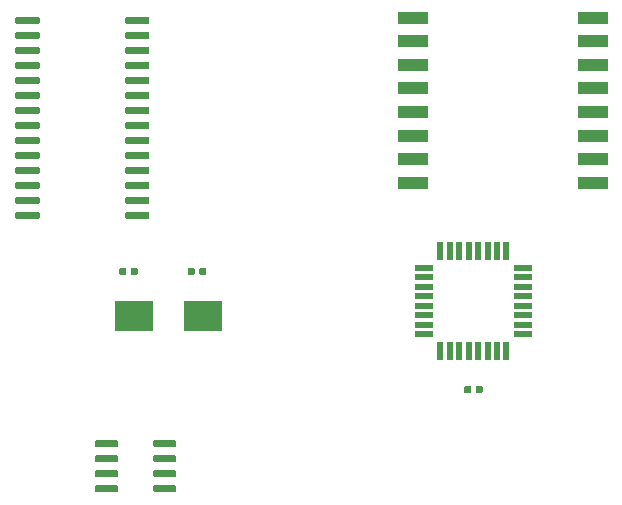
<source format=gbr>
G04 #@! TF.GenerationSoftware,KiCad,Pcbnew,(5.1.2)-2*
G04 #@! TF.CreationDate,2019-10-30T20:43:34-04:00*
G04 #@! TF.ProjectId,Thermostat_Layout,54686572-6d6f-4737-9461-745f4c61796f,rev?*
G04 #@! TF.SameCoordinates,Original*
G04 #@! TF.FileFunction,Paste,Bot*
G04 #@! TF.FilePolarity,Positive*
%FSLAX46Y46*%
G04 Gerber Fmt 4.6, Leading zero omitted, Abs format (unit mm)*
G04 Created by KiCad (PCBNEW (5.1.2)-2) date 2019-10-30 20:43:34*
%MOMM*%
%LPD*%
G04 APERTURE LIST*
%ADD10R,2.500000X1.000000*%
%ADD11R,3.325000X2.500000*%
%ADD12C,0.100000*%
%ADD13C,0.600000*%
%ADD14R,1.500000X0.550000*%
%ADD15R,0.550000X1.500000*%
%ADD16C,0.590000*%
G04 APERTURE END LIST*
D10*
X180900000Y-75800000D03*
X180900000Y-77800000D03*
X180900000Y-79800000D03*
X180900000Y-81800000D03*
X180900000Y-83800000D03*
X180900000Y-85800000D03*
X180900000Y-87800000D03*
X180900000Y-89800000D03*
X165700000Y-89800000D03*
X165700000Y-87800000D03*
X165700000Y-85800000D03*
X165700000Y-83800000D03*
X165700000Y-81800000D03*
X165700000Y-79800000D03*
X165700000Y-77800000D03*
X165700000Y-75800000D03*
D11*
X147912500Y-101100000D03*
X142087500Y-101100000D03*
D12*
G36*
X145514703Y-115405722D02*
G01*
X145529264Y-115407882D01*
X145543543Y-115411459D01*
X145557403Y-115416418D01*
X145570710Y-115422712D01*
X145583336Y-115430280D01*
X145595159Y-115439048D01*
X145606066Y-115448934D01*
X145615952Y-115459841D01*
X145624720Y-115471664D01*
X145632288Y-115484290D01*
X145638582Y-115497597D01*
X145643541Y-115511457D01*
X145647118Y-115525736D01*
X145649278Y-115540297D01*
X145650000Y-115555000D01*
X145650000Y-115855000D01*
X145649278Y-115869703D01*
X145647118Y-115884264D01*
X145643541Y-115898543D01*
X145638582Y-115912403D01*
X145632288Y-115925710D01*
X145624720Y-115938336D01*
X145615952Y-115950159D01*
X145606066Y-115961066D01*
X145595159Y-115970952D01*
X145583336Y-115979720D01*
X145570710Y-115987288D01*
X145557403Y-115993582D01*
X145543543Y-115998541D01*
X145529264Y-116002118D01*
X145514703Y-116004278D01*
X145500000Y-116005000D01*
X143850000Y-116005000D01*
X143835297Y-116004278D01*
X143820736Y-116002118D01*
X143806457Y-115998541D01*
X143792597Y-115993582D01*
X143779290Y-115987288D01*
X143766664Y-115979720D01*
X143754841Y-115970952D01*
X143743934Y-115961066D01*
X143734048Y-115950159D01*
X143725280Y-115938336D01*
X143717712Y-115925710D01*
X143711418Y-115912403D01*
X143706459Y-115898543D01*
X143702882Y-115884264D01*
X143700722Y-115869703D01*
X143700000Y-115855000D01*
X143700000Y-115555000D01*
X143700722Y-115540297D01*
X143702882Y-115525736D01*
X143706459Y-115511457D01*
X143711418Y-115497597D01*
X143717712Y-115484290D01*
X143725280Y-115471664D01*
X143734048Y-115459841D01*
X143743934Y-115448934D01*
X143754841Y-115439048D01*
X143766664Y-115430280D01*
X143779290Y-115422712D01*
X143792597Y-115416418D01*
X143806457Y-115411459D01*
X143820736Y-115407882D01*
X143835297Y-115405722D01*
X143850000Y-115405000D01*
X145500000Y-115405000D01*
X145514703Y-115405722D01*
X145514703Y-115405722D01*
G37*
D13*
X144675000Y-115705000D03*
D12*
G36*
X145514703Y-114135722D02*
G01*
X145529264Y-114137882D01*
X145543543Y-114141459D01*
X145557403Y-114146418D01*
X145570710Y-114152712D01*
X145583336Y-114160280D01*
X145595159Y-114169048D01*
X145606066Y-114178934D01*
X145615952Y-114189841D01*
X145624720Y-114201664D01*
X145632288Y-114214290D01*
X145638582Y-114227597D01*
X145643541Y-114241457D01*
X145647118Y-114255736D01*
X145649278Y-114270297D01*
X145650000Y-114285000D01*
X145650000Y-114585000D01*
X145649278Y-114599703D01*
X145647118Y-114614264D01*
X145643541Y-114628543D01*
X145638582Y-114642403D01*
X145632288Y-114655710D01*
X145624720Y-114668336D01*
X145615952Y-114680159D01*
X145606066Y-114691066D01*
X145595159Y-114700952D01*
X145583336Y-114709720D01*
X145570710Y-114717288D01*
X145557403Y-114723582D01*
X145543543Y-114728541D01*
X145529264Y-114732118D01*
X145514703Y-114734278D01*
X145500000Y-114735000D01*
X143850000Y-114735000D01*
X143835297Y-114734278D01*
X143820736Y-114732118D01*
X143806457Y-114728541D01*
X143792597Y-114723582D01*
X143779290Y-114717288D01*
X143766664Y-114709720D01*
X143754841Y-114700952D01*
X143743934Y-114691066D01*
X143734048Y-114680159D01*
X143725280Y-114668336D01*
X143717712Y-114655710D01*
X143711418Y-114642403D01*
X143706459Y-114628543D01*
X143702882Y-114614264D01*
X143700722Y-114599703D01*
X143700000Y-114585000D01*
X143700000Y-114285000D01*
X143700722Y-114270297D01*
X143702882Y-114255736D01*
X143706459Y-114241457D01*
X143711418Y-114227597D01*
X143717712Y-114214290D01*
X143725280Y-114201664D01*
X143734048Y-114189841D01*
X143743934Y-114178934D01*
X143754841Y-114169048D01*
X143766664Y-114160280D01*
X143779290Y-114152712D01*
X143792597Y-114146418D01*
X143806457Y-114141459D01*
X143820736Y-114137882D01*
X143835297Y-114135722D01*
X143850000Y-114135000D01*
X145500000Y-114135000D01*
X145514703Y-114135722D01*
X145514703Y-114135722D01*
G37*
D13*
X144675000Y-114435000D03*
D12*
G36*
X145514703Y-112865722D02*
G01*
X145529264Y-112867882D01*
X145543543Y-112871459D01*
X145557403Y-112876418D01*
X145570710Y-112882712D01*
X145583336Y-112890280D01*
X145595159Y-112899048D01*
X145606066Y-112908934D01*
X145615952Y-112919841D01*
X145624720Y-112931664D01*
X145632288Y-112944290D01*
X145638582Y-112957597D01*
X145643541Y-112971457D01*
X145647118Y-112985736D01*
X145649278Y-113000297D01*
X145650000Y-113015000D01*
X145650000Y-113315000D01*
X145649278Y-113329703D01*
X145647118Y-113344264D01*
X145643541Y-113358543D01*
X145638582Y-113372403D01*
X145632288Y-113385710D01*
X145624720Y-113398336D01*
X145615952Y-113410159D01*
X145606066Y-113421066D01*
X145595159Y-113430952D01*
X145583336Y-113439720D01*
X145570710Y-113447288D01*
X145557403Y-113453582D01*
X145543543Y-113458541D01*
X145529264Y-113462118D01*
X145514703Y-113464278D01*
X145500000Y-113465000D01*
X143850000Y-113465000D01*
X143835297Y-113464278D01*
X143820736Y-113462118D01*
X143806457Y-113458541D01*
X143792597Y-113453582D01*
X143779290Y-113447288D01*
X143766664Y-113439720D01*
X143754841Y-113430952D01*
X143743934Y-113421066D01*
X143734048Y-113410159D01*
X143725280Y-113398336D01*
X143717712Y-113385710D01*
X143711418Y-113372403D01*
X143706459Y-113358543D01*
X143702882Y-113344264D01*
X143700722Y-113329703D01*
X143700000Y-113315000D01*
X143700000Y-113015000D01*
X143700722Y-113000297D01*
X143702882Y-112985736D01*
X143706459Y-112971457D01*
X143711418Y-112957597D01*
X143717712Y-112944290D01*
X143725280Y-112931664D01*
X143734048Y-112919841D01*
X143743934Y-112908934D01*
X143754841Y-112899048D01*
X143766664Y-112890280D01*
X143779290Y-112882712D01*
X143792597Y-112876418D01*
X143806457Y-112871459D01*
X143820736Y-112867882D01*
X143835297Y-112865722D01*
X143850000Y-112865000D01*
X145500000Y-112865000D01*
X145514703Y-112865722D01*
X145514703Y-112865722D01*
G37*
D13*
X144675000Y-113165000D03*
D12*
G36*
X145514703Y-111595722D02*
G01*
X145529264Y-111597882D01*
X145543543Y-111601459D01*
X145557403Y-111606418D01*
X145570710Y-111612712D01*
X145583336Y-111620280D01*
X145595159Y-111629048D01*
X145606066Y-111638934D01*
X145615952Y-111649841D01*
X145624720Y-111661664D01*
X145632288Y-111674290D01*
X145638582Y-111687597D01*
X145643541Y-111701457D01*
X145647118Y-111715736D01*
X145649278Y-111730297D01*
X145650000Y-111745000D01*
X145650000Y-112045000D01*
X145649278Y-112059703D01*
X145647118Y-112074264D01*
X145643541Y-112088543D01*
X145638582Y-112102403D01*
X145632288Y-112115710D01*
X145624720Y-112128336D01*
X145615952Y-112140159D01*
X145606066Y-112151066D01*
X145595159Y-112160952D01*
X145583336Y-112169720D01*
X145570710Y-112177288D01*
X145557403Y-112183582D01*
X145543543Y-112188541D01*
X145529264Y-112192118D01*
X145514703Y-112194278D01*
X145500000Y-112195000D01*
X143850000Y-112195000D01*
X143835297Y-112194278D01*
X143820736Y-112192118D01*
X143806457Y-112188541D01*
X143792597Y-112183582D01*
X143779290Y-112177288D01*
X143766664Y-112169720D01*
X143754841Y-112160952D01*
X143743934Y-112151066D01*
X143734048Y-112140159D01*
X143725280Y-112128336D01*
X143717712Y-112115710D01*
X143711418Y-112102403D01*
X143706459Y-112088543D01*
X143702882Y-112074264D01*
X143700722Y-112059703D01*
X143700000Y-112045000D01*
X143700000Y-111745000D01*
X143700722Y-111730297D01*
X143702882Y-111715736D01*
X143706459Y-111701457D01*
X143711418Y-111687597D01*
X143717712Y-111674290D01*
X143725280Y-111661664D01*
X143734048Y-111649841D01*
X143743934Y-111638934D01*
X143754841Y-111629048D01*
X143766664Y-111620280D01*
X143779290Y-111612712D01*
X143792597Y-111606418D01*
X143806457Y-111601459D01*
X143820736Y-111597882D01*
X143835297Y-111595722D01*
X143850000Y-111595000D01*
X145500000Y-111595000D01*
X145514703Y-111595722D01*
X145514703Y-111595722D01*
G37*
D13*
X144675000Y-111895000D03*
D12*
G36*
X140564703Y-111595722D02*
G01*
X140579264Y-111597882D01*
X140593543Y-111601459D01*
X140607403Y-111606418D01*
X140620710Y-111612712D01*
X140633336Y-111620280D01*
X140645159Y-111629048D01*
X140656066Y-111638934D01*
X140665952Y-111649841D01*
X140674720Y-111661664D01*
X140682288Y-111674290D01*
X140688582Y-111687597D01*
X140693541Y-111701457D01*
X140697118Y-111715736D01*
X140699278Y-111730297D01*
X140700000Y-111745000D01*
X140700000Y-112045000D01*
X140699278Y-112059703D01*
X140697118Y-112074264D01*
X140693541Y-112088543D01*
X140688582Y-112102403D01*
X140682288Y-112115710D01*
X140674720Y-112128336D01*
X140665952Y-112140159D01*
X140656066Y-112151066D01*
X140645159Y-112160952D01*
X140633336Y-112169720D01*
X140620710Y-112177288D01*
X140607403Y-112183582D01*
X140593543Y-112188541D01*
X140579264Y-112192118D01*
X140564703Y-112194278D01*
X140550000Y-112195000D01*
X138900000Y-112195000D01*
X138885297Y-112194278D01*
X138870736Y-112192118D01*
X138856457Y-112188541D01*
X138842597Y-112183582D01*
X138829290Y-112177288D01*
X138816664Y-112169720D01*
X138804841Y-112160952D01*
X138793934Y-112151066D01*
X138784048Y-112140159D01*
X138775280Y-112128336D01*
X138767712Y-112115710D01*
X138761418Y-112102403D01*
X138756459Y-112088543D01*
X138752882Y-112074264D01*
X138750722Y-112059703D01*
X138750000Y-112045000D01*
X138750000Y-111745000D01*
X138750722Y-111730297D01*
X138752882Y-111715736D01*
X138756459Y-111701457D01*
X138761418Y-111687597D01*
X138767712Y-111674290D01*
X138775280Y-111661664D01*
X138784048Y-111649841D01*
X138793934Y-111638934D01*
X138804841Y-111629048D01*
X138816664Y-111620280D01*
X138829290Y-111612712D01*
X138842597Y-111606418D01*
X138856457Y-111601459D01*
X138870736Y-111597882D01*
X138885297Y-111595722D01*
X138900000Y-111595000D01*
X140550000Y-111595000D01*
X140564703Y-111595722D01*
X140564703Y-111595722D01*
G37*
D13*
X139725000Y-111895000D03*
D12*
G36*
X140564703Y-112865722D02*
G01*
X140579264Y-112867882D01*
X140593543Y-112871459D01*
X140607403Y-112876418D01*
X140620710Y-112882712D01*
X140633336Y-112890280D01*
X140645159Y-112899048D01*
X140656066Y-112908934D01*
X140665952Y-112919841D01*
X140674720Y-112931664D01*
X140682288Y-112944290D01*
X140688582Y-112957597D01*
X140693541Y-112971457D01*
X140697118Y-112985736D01*
X140699278Y-113000297D01*
X140700000Y-113015000D01*
X140700000Y-113315000D01*
X140699278Y-113329703D01*
X140697118Y-113344264D01*
X140693541Y-113358543D01*
X140688582Y-113372403D01*
X140682288Y-113385710D01*
X140674720Y-113398336D01*
X140665952Y-113410159D01*
X140656066Y-113421066D01*
X140645159Y-113430952D01*
X140633336Y-113439720D01*
X140620710Y-113447288D01*
X140607403Y-113453582D01*
X140593543Y-113458541D01*
X140579264Y-113462118D01*
X140564703Y-113464278D01*
X140550000Y-113465000D01*
X138900000Y-113465000D01*
X138885297Y-113464278D01*
X138870736Y-113462118D01*
X138856457Y-113458541D01*
X138842597Y-113453582D01*
X138829290Y-113447288D01*
X138816664Y-113439720D01*
X138804841Y-113430952D01*
X138793934Y-113421066D01*
X138784048Y-113410159D01*
X138775280Y-113398336D01*
X138767712Y-113385710D01*
X138761418Y-113372403D01*
X138756459Y-113358543D01*
X138752882Y-113344264D01*
X138750722Y-113329703D01*
X138750000Y-113315000D01*
X138750000Y-113015000D01*
X138750722Y-113000297D01*
X138752882Y-112985736D01*
X138756459Y-112971457D01*
X138761418Y-112957597D01*
X138767712Y-112944290D01*
X138775280Y-112931664D01*
X138784048Y-112919841D01*
X138793934Y-112908934D01*
X138804841Y-112899048D01*
X138816664Y-112890280D01*
X138829290Y-112882712D01*
X138842597Y-112876418D01*
X138856457Y-112871459D01*
X138870736Y-112867882D01*
X138885297Y-112865722D01*
X138900000Y-112865000D01*
X140550000Y-112865000D01*
X140564703Y-112865722D01*
X140564703Y-112865722D01*
G37*
D13*
X139725000Y-113165000D03*
D12*
G36*
X140564703Y-114135722D02*
G01*
X140579264Y-114137882D01*
X140593543Y-114141459D01*
X140607403Y-114146418D01*
X140620710Y-114152712D01*
X140633336Y-114160280D01*
X140645159Y-114169048D01*
X140656066Y-114178934D01*
X140665952Y-114189841D01*
X140674720Y-114201664D01*
X140682288Y-114214290D01*
X140688582Y-114227597D01*
X140693541Y-114241457D01*
X140697118Y-114255736D01*
X140699278Y-114270297D01*
X140700000Y-114285000D01*
X140700000Y-114585000D01*
X140699278Y-114599703D01*
X140697118Y-114614264D01*
X140693541Y-114628543D01*
X140688582Y-114642403D01*
X140682288Y-114655710D01*
X140674720Y-114668336D01*
X140665952Y-114680159D01*
X140656066Y-114691066D01*
X140645159Y-114700952D01*
X140633336Y-114709720D01*
X140620710Y-114717288D01*
X140607403Y-114723582D01*
X140593543Y-114728541D01*
X140579264Y-114732118D01*
X140564703Y-114734278D01*
X140550000Y-114735000D01*
X138900000Y-114735000D01*
X138885297Y-114734278D01*
X138870736Y-114732118D01*
X138856457Y-114728541D01*
X138842597Y-114723582D01*
X138829290Y-114717288D01*
X138816664Y-114709720D01*
X138804841Y-114700952D01*
X138793934Y-114691066D01*
X138784048Y-114680159D01*
X138775280Y-114668336D01*
X138767712Y-114655710D01*
X138761418Y-114642403D01*
X138756459Y-114628543D01*
X138752882Y-114614264D01*
X138750722Y-114599703D01*
X138750000Y-114585000D01*
X138750000Y-114285000D01*
X138750722Y-114270297D01*
X138752882Y-114255736D01*
X138756459Y-114241457D01*
X138761418Y-114227597D01*
X138767712Y-114214290D01*
X138775280Y-114201664D01*
X138784048Y-114189841D01*
X138793934Y-114178934D01*
X138804841Y-114169048D01*
X138816664Y-114160280D01*
X138829290Y-114152712D01*
X138842597Y-114146418D01*
X138856457Y-114141459D01*
X138870736Y-114137882D01*
X138885297Y-114135722D01*
X138900000Y-114135000D01*
X140550000Y-114135000D01*
X140564703Y-114135722D01*
X140564703Y-114135722D01*
G37*
D13*
X139725000Y-114435000D03*
D12*
G36*
X140564703Y-115405722D02*
G01*
X140579264Y-115407882D01*
X140593543Y-115411459D01*
X140607403Y-115416418D01*
X140620710Y-115422712D01*
X140633336Y-115430280D01*
X140645159Y-115439048D01*
X140656066Y-115448934D01*
X140665952Y-115459841D01*
X140674720Y-115471664D01*
X140682288Y-115484290D01*
X140688582Y-115497597D01*
X140693541Y-115511457D01*
X140697118Y-115525736D01*
X140699278Y-115540297D01*
X140700000Y-115555000D01*
X140700000Y-115855000D01*
X140699278Y-115869703D01*
X140697118Y-115884264D01*
X140693541Y-115898543D01*
X140688582Y-115912403D01*
X140682288Y-115925710D01*
X140674720Y-115938336D01*
X140665952Y-115950159D01*
X140656066Y-115961066D01*
X140645159Y-115970952D01*
X140633336Y-115979720D01*
X140620710Y-115987288D01*
X140607403Y-115993582D01*
X140593543Y-115998541D01*
X140579264Y-116002118D01*
X140564703Y-116004278D01*
X140550000Y-116005000D01*
X138900000Y-116005000D01*
X138885297Y-116004278D01*
X138870736Y-116002118D01*
X138856457Y-115998541D01*
X138842597Y-115993582D01*
X138829290Y-115987288D01*
X138816664Y-115979720D01*
X138804841Y-115970952D01*
X138793934Y-115961066D01*
X138784048Y-115950159D01*
X138775280Y-115938336D01*
X138767712Y-115925710D01*
X138761418Y-115912403D01*
X138756459Y-115898543D01*
X138752882Y-115884264D01*
X138750722Y-115869703D01*
X138750000Y-115855000D01*
X138750000Y-115555000D01*
X138750722Y-115540297D01*
X138752882Y-115525736D01*
X138756459Y-115511457D01*
X138761418Y-115497597D01*
X138767712Y-115484290D01*
X138775280Y-115471664D01*
X138784048Y-115459841D01*
X138793934Y-115448934D01*
X138804841Y-115439048D01*
X138816664Y-115430280D01*
X138829290Y-115422712D01*
X138842597Y-115416418D01*
X138856457Y-115411459D01*
X138870736Y-115407882D01*
X138885297Y-115405722D01*
X138900000Y-115405000D01*
X140550000Y-115405000D01*
X140564703Y-115405722D01*
X140564703Y-115405722D01*
G37*
D13*
X139725000Y-115705000D03*
D12*
G36*
X133939703Y-75745722D02*
G01*
X133954264Y-75747882D01*
X133968543Y-75751459D01*
X133982403Y-75756418D01*
X133995710Y-75762712D01*
X134008336Y-75770280D01*
X134020159Y-75779048D01*
X134031066Y-75788934D01*
X134040952Y-75799841D01*
X134049720Y-75811664D01*
X134057288Y-75824290D01*
X134063582Y-75837597D01*
X134068541Y-75851457D01*
X134072118Y-75865736D01*
X134074278Y-75880297D01*
X134075000Y-75895000D01*
X134075000Y-76195000D01*
X134074278Y-76209703D01*
X134072118Y-76224264D01*
X134068541Y-76238543D01*
X134063582Y-76252403D01*
X134057288Y-76265710D01*
X134049720Y-76278336D01*
X134040952Y-76290159D01*
X134031066Y-76301066D01*
X134020159Y-76310952D01*
X134008336Y-76319720D01*
X133995710Y-76327288D01*
X133982403Y-76333582D01*
X133968543Y-76338541D01*
X133954264Y-76342118D01*
X133939703Y-76344278D01*
X133925000Y-76345000D01*
X132175000Y-76345000D01*
X132160297Y-76344278D01*
X132145736Y-76342118D01*
X132131457Y-76338541D01*
X132117597Y-76333582D01*
X132104290Y-76327288D01*
X132091664Y-76319720D01*
X132079841Y-76310952D01*
X132068934Y-76301066D01*
X132059048Y-76290159D01*
X132050280Y-76278336D01*
X132042712Y-76265710D01*
X132036418Y-76252403D01*
X132031459Y-76238543D01*
X132027882Y-76224264D01*
X132025722Y-76209703D01*
X132025000Y-76195000D01*
X132025000Y-75895000D01*
X132025722Y-75880297D01*
X132027882Y-75865736D01*
X132031459Y-75851457D01*
X132036418Y-75837597D01*
X132042712Y-75824290D01*
X132050280Y-75811664D01*
X132059048Y-75799841D01*
X132068934Y-75788934D01*
X132079841Y-75779048D01*
X132091664Y-75770280D01*
X132104290Y-75762712D01*
X132117597Y-75756418D01*
X132131457Y-75751459D01*
X132145736Y-75747882D01*
X132160297Y-75745722D01*
X132175000Y-75745000D01*
X133925000Y-75745000D01*
X133939703Y-75745722D01*
X133939703Y-75745722D01*
G37*
D13*
X133050000Y-76045000D03*
D12*
G36*
X133939703Y-77015722D02*
G01*
X133954264Y-77017882D01*
X133968543Y-77021459D01*
X133982403Y-77026418D01*
X133995710Y-77032712D01*
X134008336Y-77040280D01*
X134020159Y-77049048D01*
X134031066Y-77058934D01*
X134040952Y-77069841D01*
X134049720Y-77081664D01*
X134057288Y-77094290D01*
X134063582Y-77107597D01*
X134068541Y-77121457D01*
X134072118Y-77135736D01*
X134074278Y-77150297D01*
X134075000Y-77165000D01*
X134075000Y-77465000D01*
X134074278Y-77479703D01*
X134072118Y-77494264D01*
X134068541Y-77508543D01*
X134063582Y-77522403D01*
X134057288Y-77535710D01*
X134049720Y-77548336D01*
X134040952Y-77560159D01*
X134031066Y-77571066D01*
X134020159Y-77580952D01*
X134008336Y-77589720D01*
X133995710Y-77597288D01*
X133982403Y-77603582D01*
X133968543Y-77608541D01*
X133954264Y-77612118D01*
X133939703Y-77614278D01*
X133925000Y-77615000D01*
X132175000Y-77615000D01*
X132160297Y-77614278D01*
X132145736Y-77612118D01*
X132131457Y-77608541D01*
X132117597Y-77603582D01*
X132104290Y-77597288D01*
X132091664Y-77589720D01*
X132079841Y-77580952D01*
X132068934Y-77571066D01*
X132059048Y-77560159D01*
X132050280Y-77548336D01*
X132042712Y-77535710D01*
X132036418Y-77522403D01*
X132031459Y-77508543D01*
X132027882Y-77494264D01*
X132025722Y-77479703D01*
X132025000Y-77465000D01*
X132025000Y-77165000D01*
X132025722Y-77150297D01*
X132027882Y-77135736D01*
X132031459Y-77121457D01*
X132036418Y-77107597D01*
X132042712Y-77094290D01*
X132050280Y-77081664D01*
X132059048Y-77069841D01*
X132068934Y-77058934D01*
X132079841Y-77049048D01*
X132091664Y-77040280D01*
X132104290Y-77032712D01*
X132117597Y-77026418D01*
X132131457Y-77021459D01*
X132145736Y-77017882D01*
X132160297Y-77015722D01*
X132175000Y-77015000D01*
X133925000Y-77015000D01*
X133939703Y-77015722D01*
X133939703Y-77015722D01*
G37*
D13*
X133050000Y-77315000D03*
D12*
G36*
X133939703Y-78285722D02*
G01*
X133954264Y-78287882D01*
X133968543Y-78291459D01*
X133982403Y-78296418D01*
X133995710Y-78302712D01*
X134008336Y-78310280D01*
X134020159Y-78319048D01*
X134031066Y-78328934D01*
X134040952Y-78339841D01*
X134049720Y-78351664D01*
X134057288Y-78364290D01*
X134063582Y-78377597D01*
X134068541Y-78391457D01*
X134072118Y-78405736D01*
X134074278Y-78420297D01*
X134075000Y-78435000D01*
X134075000Y-78735000D01*
X134074278Y-78749703D01*
X134072118Y-78764264D01*
X134068541Y-78778543D01*
X134063582Y-78792403D01*
X134057288Y-78805710D01*
X134049720Y-78818336D01*
X134040952Y-78830159D01*
X134031066Y-78841066D01*
X134020159Y-78850952D01*
X134008336Y-78859720D01*
X133995710Y-78867288D01*
X133982403Y-78873582D01*
X133968543Y-78878541D01*
X133954264Y-78882118D01*
X133939703Y-78884278D01*
X133925000Y-78885000D01*
X132175000Y-78885000D01*
X132160297Y-78884278D01*
X132145736Y-78882118D01*
X132131457Y-78878541D01*
X132117597Y-78873582D01*
X132104290Y-78867288D01*
X132091664Y-78859720D01*
X132079841Y-78850952D01*
X132068934Y-78841066D01*
X132059048Y-78830159D01*
X132050280Y-78818336D01*
X132042712Y-78805710D01*
X132036418Y-78792403D01*
X132031459Y-78778543D01*
X132027882Y-78764264D01*
X132025722Y-78749703D01*
X132025000Y-78735000D01*
X132025000Y-78435000D01*
X132025722Y-78420297D01*
X132027882Y-78405736D01*
X132031459Y-78391457D01*
X132036418Y-78377597D01*
X132042712Y-78364290D01*
X132050280Y-78351664D01*
X132059048Y-78339841D01*
X132068934Y-78328934D01*
X132079841Y-78319048D01*
X132091664Y-78310280D01*
X132104290Y-78302712D01*
X132117597Y-78296418D01*
X132131457Y-78291459D01*
X132145736Y-78287882D01*
X132160297Y-78285722D01*
X132175000Y-78285000D01*
X133925000Y-78285000D01*
X133939703Y-78285722D01*
X133939703Y-78285722D01*
G37*
D13*
X133050000Y-78585000D03*
D12*
G36*
X133939703Y-79555722D02*
G01*
X133954264Y-79557882D01*
X133968543Y-79561459D01*
X133982403Y-79566418D01*
X133995710Y-79572712D01*
X134008336Y-79580280D01*
X134020159Y-79589048D01*
X134031066Y-79598934D01*
X134040952Y-79609841D01*
X134049720Y-79621664D01*
X134057288Y-79634290D01*
X134063582Y-79647597D01*
X134068541Y-79661457D01*
X134072118Y-79675736D01*
X134074278Y-79690297D01*
X134075000Y-79705000D01*
X134075000Y-80005000D01*
X134074278Y-80019703D01*
X134072118Y-80034264D01*
X134068541Y-80048543D01*
X134063582Y-80062403D01*
X134057288Y-80075710D01*
X134049720Y-80088336D01*
X134040952Y-80100159D01*
X134031066Y-80111066D01*
X134020159Y-80120952D01*
X134008336Y-80129720D01*
X133995710Y-80137288D01*
X133982403Y-80143582D01*
X133968543Y-80148541D01*
X133954264Y-80152118D01*
X133939703Y-80154278D01*
X133925000Y-80155000D01*
X132175000Y-80155000D01*
X132160297Y-80154278D01*
X132145736Y-80152118D01*
X132131457Y-80148541D01*
X132117597Y-80143582D01*
X132104290Y-80137288D01*
X132091664Y-80129720D01*
X132079841Y-80120952D01*
X132068934Y-80111066D01*
X132059048Y-80100159D01*
X132050280Y-80088336D01*
X132042712Y-80075710D01*
X132036418Y-80062403D01*
X132031459Y-80048543D01*
X132027882Y-80034264D01*
X132025722Y-80019703D01*
X132025000Y-80005000D01*
X132025000Y-79705000D01*
X132025722Y-79690297D01*
X132027882Y-79675736D01*
X132031459Y-79661457D01*
X132036418Y-79647597D01*
X132042712Y-79634290D01*
X132050280Y-79621664D01*
X132059048Y-79609841D01*
X132068934Y-79598934D01*
X132079841Y-79589048D01*
X132091664Y-79580280D01*
X132104290Y-79572712D01*
X132117597Y-79566418D01*
X132131457Y-79561459D01*
X132145736Y-79557882D01*
X132160297Y-79555722D01*
X132175000Y-79555000D01*
X133925000Y-79555000D01*
X133939703Y-79555722D01*
X133939703Y-79555722D01*
G37*
D13*
X133050000Y-79855000D03*
D12*
G36*
X133939703Y-80825722D02*
G01*
X133954264Y-80827882D01*
X133968543Y-80831459D01*
X133982403Y-80836418D01*
X133995710Y-80842712D01*
X134008336Y-80850280D01*
X134020159Y-80859048D01*
X134031066Y-80868934D01*
X134040952Y-80879841D01*
X134049720Y-80891664D01*
X134057288Y-80904290D01*
X134063582Y-80917597D01*
X134068541Y-80931457D01*
X134072118Y-80945736D01*
X134074278Y-80960297D01*
X134075000Y-80975000D01*
X134075000Y-81275000D01*
X134074278Y-81289703D01*
X134072118Y-81304264D01*
X134068541Y-81318543D01*
X134063582Y-81332403D01*
X134057288Y-81345710D01*
X134049720Y-81358336D01*
X134040952Y-81370159D01*
X134031066Y-81381066D01*
X134020159Y-81390952D01*
X134008336Y-81399720D01*
X133995710Y-81407288D01*
X133982403Y-81413582D01*
X133968543Y-81418541D01*
X133954264Y-81422118D01*
X133939703Y-81424278D01*
X133925000Y-81425000D01*
X132175000Y-81425000D01*
X132160297Y-81424278D01*
X132145736Y-81422118D01*
X132131457Y-81418541D01*
X132117597Y-81413582D01*
X132104290Y-81407288D01*
X132091664Y-81399720D01*
X132079841Y-81390952D01*
X132068934Y-81381066D01*
X132059048Y-81370159D01*
X132050280Y-81358336D01*
X132042712Y-81345710D01*
X132036418Y-81332403D01*
X132031459Y-81318543D01*
X132027882Y-81304264D01*
X132025722Y-81289703D01*
X132025000Y-81275000D01*
X132025000Y-80975000D01*
X132025722Y-80960297D01*
X132027882Y-80945736D01*
X132031459Y-80931457D01*
X132036418Y-80917597D01*
X132042712Y-80904290D01*
X132050280Y-80891664D01*
X132059048Y-80879841D01*
X132068934Y-80868934D01*
X132079841Y-80859048D01*
X132091664Y-80850280D01*
X132104290Y-80842712D01*
X132117597Y-80836418D01*
X132131457Y-80831459D01*
X132145736Y-80827882D01*
X132160297Y-80825722D01*
X132175000Y-80825000D01*
X133925000Y-80825000D01*
X133939703Y-80825722D01*
X133939703Y-80825722D01*
G37*
D13*
X133050000Y-81125000D03*
D12*
G36*
X133939703Y-82095722D02*
G01*
X133954264Y-82097882D01*
X133968543Y-82101459D01*
X133982403Y-82106418D01*
X133995710Y-82112712D01*
X134008336Y-82120280D01*
X134020159Y-82129048D01*
X134031066Y-82138934D01*
X134040952Y-82149841D01*
X134049720Y-82161664D01*
X134057288Y-82174290D01*
X134063582Y-82187597D01*
X134068541Y-82201457D01*
X134072118Y-82215736D01*
X134074278Y-82230297D01*
X134075000Y-82245000D01*
X134075000Y-82545000D01*
X134074278Y-82559703D01*
X134072118Y-82574264D01*
X134068541Y-82588543D01*
X134063582Y-82602403D01*
X134057288Y-82615710D01*
X134049720Y-82628336D01*
X134040952Y-82640159D01*
X134031066Y-82651066D01*
X134020159Y-82660952D01*
X134008336Y-82669720D01*
X133995710Y-82677288D01*
X133982403Y-82683582D01*
X133968543Y-82688541D01*
X133954264Y-82692118D01*
X133939703Y-82694278D01*
X133925000Y-82695000D01*
X132175000Y-82695000D01*
X132160297Y-82694278D01*
X132145736Y-82692118D01*
X132131457Y-82688541D01*
X132117597Y-82683582D01*
X132104290Y-82677288D01*
X132091664Y-82669720D01*
X132079841Y-82660952D01*
X132068934Y-82651066D01*
X132059048Y-82640159D01*
X132050280Y-82628336D01*
X132042712Y-82615710D01*
X132036418Y-82602403D01*
X132031459Y-82588543D01*
X132027882Y-82574264D01*
X132025722Y-82559703D01*
X132025000Y-82545000D01*
X132025000Y-82245000D01*
X132025722Y-82230297D01*
X132027882Y-82215736D01*
X132031459Y-82201457D01*
X132036418Y-82187597D01*
X132042712Y-82174290D01*
X132050280Y-82161664D01*
X132059048Y-82149841D01*
X132068934Y-82138934D01*
X132079841Y-82129048D01*
X132091664Y-82120280D01*
X132104290Y-82112712D01*
X132117597Y-82106418D01*
X132131457Y-82101459D01*
X132145736Y-82097882D01*
X132160297Y-82095722D01*
X132175000Y-82095000D01*
X133925000Y-82095000D01*
X133939703Y-82095722D01*
X133939703Y-82095722D01*
G37*
D13*
X133050000Y-82395000D03*
D12*
G36*
X133939703Y-83365722D02*
G01*
X133954264Y-83367882D01*
X133968543Y-83371459D01*
X133982403Y-83376418D01*
X133995710Y-83382712D01*
X134008336Y-83390280D01*
X134020159Y-83399048D01*
X134031066Y-83408934D01*
X134040952Y-83419841D01*
X134049720Y-83431664D01*
X134057288Y-83444290D01*
X134063582Y-83457597D01*
X134068541Y-83471457D01*
X134072118Y-83485736D01*
X134074278Y-83500297D01*
X134075000Y-83515000D01*
X134075000Y-83815000D01*
X134074278Y-83829703D01*
X134072118Y-83844264D01*
X134068541Y-83858543D01*
X134063582Y-83872403D01*
X134057288Y-83885710D01*
X134049720Y-83898336D01*
X134040952Y-83910159D01*
X134031066Y-83921066D01*
X134020159Y-83930952D01*
X134008336Y-83939720D01*
X133995710Y-83947288D01*
X133982403Y-83953582D01*
X133968543Y-83958541D01*
X133954264Y-83962118D01*
X133939703Y-83964278D01*
X133925000Y-83965000D01*
X132175000Y-83965000D01*
X132160297Y-83964278D01*
X132145736Y-83962118D01*
X132131457Y-83958541D01*
X132117597Y-83953582D01*
X132104290Y-83947288D01*
X132091664Y-83939720D01*
X132079841Y-83930952D01*
X132068934Y-83921066D01*
X132059048Y-83910159D01*
X132050280Y-83898336D01*
X132042712Y-83885710D01*
X132036418Y-83872403D01*
X132031459Y-83858543D01*
X132027882Y-83844264D01*
X132025722Y-83829703D01*
X132025000Y-83815000D01*
X132025000Y-83515000D01*
X132025722Y-83500297D01*
X132027882Y-83485736D01*
X132031459Y-83471457D01*
X132036418Y-83457597D01*
X132042712Y-83444290D01*
X132050280Y-83431664D01*
X132059048Y-83419841D01*
X132068934Y-83408934D01*
X132079841Y-83399048D01*
X132091664Y-83390280D01*
X132104290Y-83382712D01*
X132117597Y-83376418D01*
X132131457Y-83371459D01*
X132145736Y-83367882D01*
X132160297Y-83365722D01*
X132175000Y-83365000D01*
X133925000Y-83365000D01*
X133939703Y-83365722D01*
X133939703Y-83365722D01*
G37*
D13*
X133050000Y-83665000D03*
D12*
G36*
X133939703Y-84635722D02*
G01*
X133954264Y-84637882D01*
X133968543Y-84641459D01*
X133982403Y-84646418D01*
X133995710Y-84652712D01*
X134008336Y-84660280D01*
X134020159Y-84669048D01*
X134031066Y-84678934D01*
X134040952Y-84689841D01*
X134049720Y-84701664D01*
X134057288Y-84714290D01*
X134063582Y-84727597D01*
X134068541Y-84741457D01*
X134072118Y-84755736D01*
X134074278Y-84770297D01*
X134075000Y-84785000D01*
X134075000Y-85085000D01*
X134074278Y-85099703D01*
X134072118Y-85114264D01*
X134068541Y-85128543D01*
X134063582Y-85142403D01*
X134057288Y-85155710D01*
X134049720Y-85168336D01*
X134040952Y-85180159D01*
X134031066Y-85191066D01*
X134020159Y-85200952D01*
X134008336Y-85209720D01*
X133995710Y-85217288D01*
X133982403Y-85223582D01*
X133968543Y-85228541D01*
X133954264Y-85232118D01*
X133939703Y-85234278D01*
X133925000Y-85235000D01*
X132175000Y-85235000D01*
X132160297Y-85234278D01*
X132145736Y-85232118D01*
X132131457Y-85228541D01*
X132117597Y-85223582D01*
X132104290Y-85217288D01*
X132091664Y-85209720D01*
X132079841Y-85200952D01*
X132068934Y-85191066D01*
X132059048Y-85180159D01*
X132050280Y-85168336D01*
X132042712Y-85155710D01*
X132036418Y-85142403D01*
X132031459Y-85128543D01*
X132027882Y-85114264D01*
X132025722Y-85099703D01*
X132025000Y-85085000D01*
X132025000Y-84785000D01*
X132025722Y-84770297D01*
X132027882Y-84755736D01*
X132031459Y-84741457D01*
X132036418Y-84727597D01*
X132042712Y-84714290D01*
X132050280Y-84701664D01*
X132059048Y-84689841D01*
X132068934Y-84678934D01*
X132079841Y-84669048D01*
X132091664Y-84660280D01*
X132104290Y-84652712D01*
X132117597Y-84646418D01*
X132131457Y-84641459D01*
X132145736Y-84637882D01*
X132160297Y-84635722D01*
X132175000Y-84635000D01*
X133925000Y-84635000D01*
X133939703Y-84635722D01*
X133939703Y-84635722D01*
G37*
D13*
X133050000Y-84935000D03*
D12*
G36*
X133939703Y-85905722D02*
G01*
X133954264Y-85907882D01*
X133968543Y-85911459D01*
X133982403Y-85916418D01*
X133995710Y-85922712D01*
X134008336Y-85930280D01*
X134020159Y-85939048D01*
X134031066Y-85948934D01*
X134040952Y-85959841D01*
X134049720Y-85971664D01*
X134057288Y-85984290D01*
X134063582Y-85997597D01*
X134068541Y-86011457D01*
X134072118Y-86025736D01*
X134074278Y-86040297D01*
X134075000Y-86055000D01*
X134075000Y-86355000D01*
X134074278Y-86369703D01*
X134072118Y-86384264D01*
X134068541Y-86398543D01*
X134063582Y-86412403D01*
X134057288Y-86425710D01*
X134049720Y-86438336D01*
X134040952Y-86450159D01*
X134031066Y-86461066D01*
X134020159Y-86470952D01*
X134008336Y-86479720D01*
X133995710Y-86487288D01*
X133982403Y-86493582D01*
X133968543Y-86498541D01*
X133954264Y-86502118D01*
X133939703Y-86504278D01*
X133925000Y-86505000D01*
X132175000Y-86505000D01*
X132160297Y-86504278D01*
X132145736Y-86502118D01*
X132131457Y-86498541D01*
X132117597Y-86493582D01*
X132104290Y-86487288D01*
X132091664Y-86479720D01*
X132079841Y-86470952D01*
X132068934Y-86461066D01*
X132059048Y-86450159D01*
X132050280Y-86438336D01*
X132042712Y-86425710D01*
X132036418Y-86412403D01*
X132031459Y-86398543D01*
X132027882Y-86384264D01*
X132025722Y-86369703D01*
X132025000Y-86355000D01*
X132025000Y-86055000D01*
X132025722Y-86040297D01*
X132027882Y-86025736D01*
X132031459Y-86011457D01*
X132036418Y-85997597D01*
X132042712Y-85984290D01*
X132050280Y-85971664D01*
X132059048Y-85959841D01*
X132068934Y-85948934D01*
X132079841Y-85939048D01*
X132091664Y-85930280D01*
X132104290Y-85922712D01*
X132117597Y-85916418D01*
X132131457Y-85911459D01*
X132145736Y-85907882D01*
X132160297Y-85905722D01*
X132175000Y-85905000D01*
X133925000Y-85905000D01*
X133939703Y-85905722D01*
X133939703Y-85905722D01*
G37*
D13*
X133050000Y-86205000D03*
D12*
G36*
X133939703Y-87175722D02*
G01*
X133954264Y-87177882D01*
X133968543Y-87181459D01*
X133982403Y-87186418D01*
X133995710Y-87192712D01*
X134008336Y-87200280D01*
X134020159Y-87209048D01*
X134031066Y-87218934D01*
X134040952Y-87229841D01*
X134049720Y-87241664D01*
X134057288Y-87254290D01*
X134063582Y-87267597D01*
X134068541Y-87281457D01*
X134072118Y-87295736D01*
X134074278Y-87310297D01*
X134075000Y-87325000D01*
X134075000Y-87625000D01*
X134074278Y-87639703D01*
X134072118Y-87654264D01*
X134068541Y-87668543D01*
X134063582Y-87682403D01*
X134057288Y-87695710D01*
X134049720Y-87708336D01*
X134040952Y-87720159D01*
X134031066Y-87731066D01*
X134020159Y-87740952D01*
X134008336Y-87749720D01*
X133995710Y-87757288D01*
X133982403Y-87763582D01*
X133968543Y-87768541D01*
X133954264Y-87772118D01*
X133939703Y-87774278D01*
X133925000Y-87775000D01*
X132175000Y-87775000D01*
X132160297Y-87774278D01*
X132145736Y-87772118D01*
X132131457Y-87768541D01*
X132117597Y-87763582D01*
X132104290Y-87757288D01*
X132091664Y-87749720D01*
X132079841Y-87740952D01*
X132068934Y-87731066D01*
X132059048Y-87720159D01*
X132050280Y-87708336D01*
X132042712Y-87695710D01*
X132036418Y-87682403D01*
X132031459Y-87668543D01*
X132027882Y-87654264D01*
X132025722Y-87639703D01*
X132025000Y-87625000D01*
X132025000Y-87325000D01*
X132025722Y-87310297D01*
X132027882Y-87295736D01*
X132031459Y-87281457D01*
X132036418Y-87267597D01*
X132042712Y-87254290D01*
X132050280Y-87241664D01*
X132059048Y-87229841D01*
X132068934Y-87218934D01*
X132079841Y-87209048D01*
X132091664Y-87200280D01*
X132104290Y-87192712D01*
X132117597Y-87186418D01*
X132131457Y-87181459D01*
X132145736Y-87177882D01*
X132160297Y-87175722D01*
X132175000Y-87175000D01*
X133925000Y-87175000D01*
X133939703Y-87175722D01*
X133939703Y-87175722D01*
G37*
D13*
X133050000Y-87475000D03*
D12*
G36*
X133939703Y-88445722D02*
G01*
X133954264Y-88447882D01*
X133968543Y-88451459D01*
X133982403Y-88456418D01*
X133995710Y-88462712D01*
X134008336Y-88470280D01*
X134020159Y-88479048D01*
X134031066Y-88488934D01*
X134040952Y-88499841D01*
X134049720Y-88511664D01*
X134057288Y-88524290D01*
X134063582Y-88537597D01*
X134068541Y-88551457D01*
X134072118Y-88565736D01*
X134074278Y-88580297D01*
X134075000Y-88595000D01*
X134075000Y-88895000D01*
X134074278Y-88909703D01*
X134072118Y-88924264D01*
X134068541Y-88938543D01*
X134063582Y-88952403D01*
X134057288Y-88965710D01*
X134049720Y-88978336D01*
X134040952Y-88990159D01*
X134031066Y-89001066D01*
X134020159Y-89010952D01*
X134008336Y-89019720D01*
X133995710Y-89027288D01*
X133982403Y-89033582D01*
X133968543Y-89038541D01*
X133954264Y-89042118D01*
X133939703Y-89044278D01*
X133925000Y-89045000D01*
X132175000Y-89045000D01*
X132160297Y-89044278D01*
X132145736Y-89042118D01*
X132131457Y-89038541D01*
X132117597Y-89033582D01*
X132104290Y-89027288D01*
X132091664Y-89019720D01*
X132079841Y-89010952D01*
X132068934Y-89001066D01*
X132059048Y-88990159D01*
X132050280Y-88978336D01*
X132042712Y-88965710D01*
X132036418Y-88952403D01*
X132031459Y-88938543D01*
X132027882Y-88924264D01*
X132025722Y-88909703D01*
X132025000Y-88895000D01*
X132025000Y-88595000D01*
X132025722Y-88580297D01*
X132027882Y-88565736D01*
X132031459Y-88551457D01*
X132036418Y-88537597D01*
X132042712Y-88524290D01*
X132050280Y-88511664D01*
X132059048Y-88499841D01*
X132068934Y-88488934D01*
X132079841Y-88479048D01*
X132091664Y-88470280D01*
X132104290Y-88462712D01*
X132117597Y-88456418D01*
X132131457Y-88451459D01*
X132145736Y-88447882D01*
X132160297Y-88445722D01*
X132175000Y-88445000D01*
X133925000Y-88445000D01*
X133939703Y-88445722D01*
X133939703Y-88445722D01*
G37*
D13*
X133050000Y-88745000D03*
D12*
G36*
X133939703Y-89715722D02*
G01*
X133954264Y-89717882D01*
X133968543Y-89721459D01*
X133982403Y-89726418D01*
X133995710Y-89732712D01*
X134008336Y-89740280D01*
X134020159Y-89749048D01*
X134031066Y-89758934D01*
X134040952Y-89769841D01*
X134049720Y-89781664D01*
X134057288Y-89794290D01*
X134063582Y-89807597D01*
X134068541Y-89821457D01*
X134072118Y-89835736D01*
X134074278Y-89850297D01*
X134075000Y-89865000D01*
X134075000Y-90165000D01*
X134074278Y-90179703D01*
X134072118Y-90194264D01*
X134068541Y-90208543D01*
X134063582Y-90222403D01*
X134057288Y-90235710D01*
X134049720Y-90248336D01*
X134040952Y-90260159D01*
X134031066Y-90271066D01*
X134020159Y-90280952D01*
X134008336Y-90289720D01*
X133995710Y-90297288D01*
X133982403Y-90303582D01*
X133968543Y-90308541D01*
X133954264Y-90312118D01*
X133939703Y-90314278D01*
X133925000Y-90315000D01*
X132175000Y-90315000D01*
X132160297Y-90314278D01*
X132145736Y-90312118D01*
X132131457Y-90308541D01*
X132117597Y-90303582D01*
X132104290Y-90297288D01*
X132091664Y-90289720D01*
X132079841Y-90280952D01*
X132068934Y-90271066D01*
X132059048Y-90260159D01*
X132050280Y-90248336D01*
X132042712Y-90235710D01*
X132036418Y-90222403D01*
X132031459Y-90208543D01*
X132027882Y-90194264D01*
X132025722Y-90179703D01*
X132025000Y-90165000D01*
X132025000Y-89865000D01*
X132025722Y-89850297D01*
X132027882Y-89835736D01*
X132031459Y-89821457D01*
X132036418Y-89807597D01*
X132042712Y-89794290D01*
X132050280Y-89781664D01*
X132059048Y-89769841D01*
X132068934Y-89758934D01*
X132079841Y-89749048D01*
X132091664Y-89740280D01*
X132104290Y-89732712D01*
X132117597Y-89726418D01*
X132131457Y-89721459D01*
X132145736Y-89717882D01*
X132160297Y-89715722D01*
X132175000Y-89715000D01*
X133925000Y-89715000D01*
X133939703Y-89715722D01*
X133939703Y-89715722D01*
G37*
D13*
X133050000Y-90015000D03*
D12*
G36*
X133939703Y-90985722D02*
G01*
X133954264Y-90987882D01*
X133968543Y-90991459D01*
X133982403Y-90996418D01*
X133995710Y-91002712D01*
X134008336Y-91010280D01*
X134020159Y-91019048D01*
X134031066Y-91028934D01*
X134040952Y-91039841D01*
X134049720Y-91051664D01*
X134057288Y-91064290D01*
X134063582Y-91077597D01*
X134068541Y-91091457D01*
X134072118Y-91105736D01*
X134074278Y-91120297D01*
X134075000Y-91135000D01*
X134075000Y-91435000D01*
X134074278Y-91449703D01*
X134072118Y-91464264D01*
X134068541Y-91478543D01*
X134063582Y-91492403D01*
X134057288Y-91505710D01*
X134049720Y-91518336D01*
X134040952Y-91530159D01*
X134031066Y-91541066D01*
X134020159Y-91550952D01*
X134008336Y-91559720D01*
X133995710Y-91567288D01*
X133982403Y-91573582D01*
X133968543Y-91578541D01*
X133954264Y-91582118D01*
X133939703Y-91584278D01*
X133925000Y-91585000D01*
X132175000Y-91585000D01*
X132160297Y-91584278D01*
X132145736Y-91582118D01*
X132131457Y-91578541D01*
X132117597Y-91573582D01*
X132104290Y-91567288D01*
X132091664Y-91559720D01*
X132079841Y-91550952D01*
X132068934Y-91541066D01*
X132059048Y-91530159D01*
X132050280Y-91518336D01*
X132042712Y-91505710D01*
X132036418Y-91492403D01*
X132031459Y-91478543D01*
X132027882Y-91464264D01*
X132025722Y-91449703D01*
X132025000Y-91435000D01*
X132025000Y-91135000D01*
X132025722Y-91120297D01*
X132027882Y-91105736D01*
X132031459Y-91091457D01*
X132036418Y-91077597D01*
X132042712Y-91064290D01*
X132050280Y-91051664D01*
X132059048Y-91039841D01*
X132068934Y-91028934D01*
X132079841Y-91019048D01*
X132091664Y-91010280D01*
X132104290Y-91002712D01*
X132117597Y-90996418D01*
X132131457Y-90991459D01*
X132145736Y-90987882D01*
X132160297Y-90985722D01*
X132175000Y-90985000D01*
X133925000Y-90985000D01*
X133939703Y-90985722D01*
X133939703Y-90985722D01*
G37*
D13*
X133050000Y-91285000D03*
D12*
G36*
X133939703Y-92255722D02*
G01*
X133954264Y-92257882D01*
X133968543Y-92261459D01*
X133982403Y-92266418D01*
X133995710Y-92272712D01*
X134008336Y-92280280D01*
X134020159Y-92289048D01*
X134031066Y-92298934D01*
X134040952Y-92309841D01*
X134049720Y-92321664D01*
X134057288Y-92334290D01*
X134063582Y-92347597D01*
X134068541Y-92361457D01*
X134072118Y-92375736D01*
X134074278Y-92390297D01*
X134075000Y-92405000D01*
X134075000Y-92705000D01*
X134074278Y-92719703D01*
X134072118Y-92734264D01*
X134068541Y-92748543D01*
X134063582Y-92762403D01*
X134057288Y-92775710D01*
X134049720Y-92788336D01*
X134040952Y-92800159D01*
X134031066Y-92811066D01*
X134020159Y-92820952D01*
X134008336Y-92829720D01*
X133995710Y-92837288D01*
X133982403Y-92843582D01*
X133968543Y-92848541D01*
X133954264Y-92852118D01*
X133939703Y-92854278D01*
X133925000Y-92855000D01*
X132175000Y-92855000D01*
X132160297Y-92854278D01*
X132145736Y-92852118D01*
X132131457Y-92848541D01*
X132117597Y-92843582D01*
X132104290Y-92837288D01*
X132091664Y-92829720D01*
X132079841Y-92820952D01*
X132068934Y-92811066D01*
X132059048Y-92800159D01*
X132050280Y-92788336D01*
X132042712Y-92775710D01*
X132036418Y-92762403D01*
X132031459Y-92748543D01*
X132027882Y-92734264D01*
X132025722Y-92719703D01*
X132025000Y-92705000D01*
X132025000Y-92405000D01*
X132025722Y-92390297D01*
X132027882Y-92375736D01*
X132031459Y-92361457D01*
X132036418Y-92347597D01*
X132042712Y-92334290D01*
X132050280Y-92321664D01*
X132059048Y-92309841D01*
X132068934Y-92298934D01*
X132079841Y-92289048D01*
X132091664Y-92280280D01*
X132104290Y-92272712D01*
X132117597Y-92266418D01*
X132131457Y-92261459D01*
X132145736Y-92257882D01*
X132160297Y-92255722D01*
X132175000Y-92255000D01*
X133925000Y-92255000D01*
X133939703Y-92255722D01*
X133939703Y-92255722D01*
G37*
D13*
X133050000Y-92555000D03*
D12*
G36*
X143239703Y-92255722D02*
G01*
X143254264Y-92257882D01*
X143268543Y-92261459D01*
X143282403Y-92266418D01*
X143295710Y-92272712D01*
X143308336Y-92280280D01*
X143320159Y-92289048D01*
X143331066Y-92298934D01*
X143340952Y-92309841D01*
X143349720Y-92321664D01*
X143357288Y-92334290D01*
X143363582Y-92347597D01*
X143368541Y-92361457D01*
X143372118Y-92375736D01*
X143374278Y-92390297D01*
X143375000Y-92405000D01*
X143375000Y-92705000D01*
X143374278Y-92719703D01*
X143372118Y-92734264D01*
X143368541Y-92748543D01*
X143363582Y-92762403D01*
X143357288Y-92775710D01*
X143349720Y-92788336D01*
X143340952Y-92800159D01*
X143331066Y-92811066D01*
X143320159Y-92820952D01*
X143308336Y-92829720D01*
X143295710Y-92837288D01*
X143282403Y-92843582D01*
X143268543Y-92848541D01*
X143254264Y-92852118D01*
X143239703Y-92854278D01*
X143225000Y-92855000D01*
X141475000Y-92855000D01*
X141460297Y-92854278D01*
X141445736Y-92852118D01*
X141431457Y-92848541D01*
X141417597Y-92843582D01*
X141404290Y-92837288D01*
X141391664Y-92829720D01*
X141379841Y-92820952D01*
X141368934Y-92811066D01*
X141359048Y-92800159D01*
X141350280Y-92788336D01*
X141342712Y-92775710D01*
X141336418Y-92762403D01*
X141331459Y-92748543D01*
X141327882Y-92734264D01*
X141325722Y-92719703D01*
X141325000Y-92705000D01*
X141325000Y-92405000D01*
X141325722Y-92390297D01*
X141327882Y-92375736D01*
X141331459Y-92361457D01*
X141336418Y-92347597D01*
X141342712Y-92334290D01*
X141350280Y-92321664D01*
X141359048Y-92309841D01*
X141368934Y-92298934D01*
X141379841Y-92289048D01*
X141391664Y-92280280D01*
X141404290Y-92272712D01*
X141417597Y-92266418D01*
X141431457Y-92261459D01*
X141445736Y-92257882D01*
X141460297Y-92255722D01*
X141475000Y-92255000D01*
X143225000Y-92255000D01*
X143239703Y-92255722D01*
X143239703Y-92255722D01*
G37*
D13*
X142350000Y-92555000D03*
D12*
G36*
X143239703Y-90985722D02*
G01*
X143254264Y-90987882D01*
X143268543Y-90991459D01*
X143282403Y-90996418D01*
X143295710Y-91002712D01*
X143308336Y-91010280D01*
X143320159Y-91019048D01*
X143331066Y-91028934D01*
X143340952Y-91039841D01*
X143349720Y-91051664D01*
X143357288Y-91064290D01*
X143363582Y-91077597D01*
X143368541Y-91091457D01*
X143372118Y-91105736D01*
X143374278Y-91120297D01*
X143375000Y-91135000D01*
X143375000Y-91435000D01*
X143374278Y-91449703D01*
X143372118Y-91464264D01*
X143368541Y-91478543D01*
X143363582Y-91492403D01*
X143357288Y-91505710D01*
X143349720Y-91518336D01*
X143340952Y-91530159D01*
X143331066Y-91541066D01*
X143320159Y-91550952D01*
X143308336Y-91559720D01*
X143295710Y-91567288D01*
X143282403Y-91573582D01*
X143268543Y-91578541D01*
X143254264Y-91582118D01*
X143239703Y-91584278D01*
X143225000Y-91585000D01*
X141475000Y-91585000D01*
X141460297Y-91584278D01*
X141445736Y-91582118D01*
X141431457Y-91578541D01*
X141417597Y-91573582D01*
X141404290Y-91567288D01*
X141391664Y-91559720D01*
X141379841Y-91550952D01*
X141368934Y-91541066D01*
X141359048Y-91530159D01*
X141350280Y-91518336D01*
X141342712Y-91505710D01*
X141336418Y-91492403D01*
X141331459Y-91478543D01*
X141327882Y-91464264D01*
X141325722Y-91449703D01*
X141325000Y-91435000D01*
X141325000Y-91135000D01*
X141325722Y-91120297D01*
X141327882Y-91105736D01*
X141331459Y-91091457D01*
X141336418Y-91077597D01*
X141342712Y-91064290D01*
X141350280Y-91051664D01*
X141359048Y-91039841D01*
X141368934Y-91028934D01*
X141379841Y-91019048D01*
X141391664Y-91010280D01*
X141404290Y-91002712D01*
X141417597Y-90996418D01*
X141431457Y-90991459D01*
X141445736Y-90987882D01*
X141460297Y-90985722D01*
X141475000Y-90985000D01*
X143225000Y-90985000D01*
X143239703Y-90985722D01*
X143239703Y-90985722D01*
G37*
D13*
X142350000Y-91285000D03*
D12*
G36*
X143239703Y-89715722D02*
G01*
X143254264Y-89717882D01*
X143268543Y-89721459D01*
X143282403Y-89726418D01*
X143295710Y-89732712D01*
X143308336Y-89740280D01*
X143320159Y-89749048D01*
X143331066Y-89758934D01*
X143340952Y-89769841D01*
X143349720Y-89781664D01*
X143357288Y-89794290D01*
X143363582Y-89807597D01*
X143368541Y-89821457D01*
X143372118Y-89835736D01*
X143374278Y-89850297D01*
X143375000Y-89865000D01*
X143375000Y-90165000D01*
X143374278Y-90179703D01*
X143372118Y-90194264D01*
X143368541Y-90208543D01*
X143363582Y-90222403D01*
X143357288Y-90235710D01*
X143349720Y-90248336D01*
X143340952Y-90260159D01*
X143331066Y-90271066D01*
X143320159Y-90280952D01*
X143308336Y-90289720D01*
X143295710Y-90297288D01*
X143282403Y-90303582D01*
X143268543Y-90308541D01*
X143254264Y-90312118D01*
X143239703Y-90314278D01*
X143225000Y-90315000D01*
X141475000Y-90315000D01*
X141460297Y-90314278D01*
X141445736Y-90312118D01*
X141431457Y-90308541D01*
X141417597Y-90303582D01*
X141404290Y-90297288D01*
X141391664Y-90289720D01*
X141379841Y-90280952D01*
X141368934Y-90271066D01*
X141359048Y-90260159D01*
X141350280Y-90248336D01*
X141342712Y-90235710D01*
X141336418Y-90222403D01*
X141331459Y-90208543D01*
X141327882Y-90194264D01*
X141325722Y-90179703D01*
X141325000Y-90165000D01*
X141325000Y-89865000D01*
X141325722Y-89850297D01*
X141327882Y-89835736D01*
X141331459Y-89821457D01*
X141336418Y-89807597D01*
X141342712Y-89794290D01*
X141350280Y-89781664D01*
X141359048Y-89769841D01*
X141368934Y-89758934D01*
X141379841Y-89749048D01*
X141391664Y-89740280D01*
X141404290Y-89732712D01*
X141417597Y-89726418D01*
X141431457Y-89721459D01*
X141445736Y-89717882D01*
X141460297Y-89715722D01*
X141475000Y-89715000D01*
X143225000Y-89715000D01*
X143239703Y-89715722D01*
X143239703Y-89715722D01*
G37*
D13*
X142350000Y-90015000D03*
D12*
G36*
X143239703Y-88445722D02*
G01*
X143254264Y-88447882D01*
X143268543Y-88451459D01*
X143282403Y-88456418D01*
X143295710Y-88462712D01*
X143308336Y-88470280D01*
X143320159Y-88479048D01*
X143331066Y-88488934D01*
X143340952Y-88499841D01*
X143349720Y-88511664D01*
X143357288Y-88524290D01*
X143363582Y-88537597D01*
X143368541Y-88551457D01*
X143372118Y-88565736D01*
X143374278Y-88580297D01*
X143375000Y-88595000D01*
X143375000Y-88895000D01*
X143374278Y-88909703D01*
X143372118Y-88924264D01*
X143368541Y-88938543D01*
X143363582Y-88952403D01*
X143357288Y-88965710D01*
X143349720Y-88978336D01*
X143340952Y-88990159D01*
X143331066Y-89001066D01*
X143320159Y-89010952D01*
X143308336Y-89019720D01*
X143295710Y-89027288D01*
X143282403Y-89033582D01*
X143268543Y-89038541D01*
X143254264Y-89042118D01*
X143239703Y-89044278D01*
X143225000Y-89045000D01*
X141475000Y-89045000D01*
X141460297Y-89044278D01*
X141445736Y-89042118D01*
X141431457Y-89038541D01*
X141417597Y-89033582D01*
X141404290Y-89027288D01*
X141391664Y-89019720D01*
X141379841Y-89010952D01*
X141368934Y-89001066D01*
X141359048Y-88990159D01*
X141350280Y-88978336D01*
X141342712Y-88965710D01*
X141336418Y-88952403D01*
X141331459Y-88938543D01*
X141327882Y-88924264D01*
X141325722Y-88909703D01*
X141325000Y-88895000D01*
X141325000Y-88595000D01*
X141325722Y-88580297D01*
X141327882Y-88565736D01*
X141331459Y-88551457D01*
X141336418Y-88537597D01*
X141342712Y-88524290D01*
X141350280Y-88511664D01*
X141359048Y-88499841D01*
X141368934Y-88488934D01*
X141379841Y-88479048D01*
X141391664Y-88470280D01*
X141404290Y-88462712D01*
X141417597Y-88456418D01*
X141431457Y-88451459D01*
X141445736Y-88447882D01*
X141460297Y-88445722D01*
X141475000Y-88445000D01*
X143225000Y-88445000D01*
X143239703Y-88445722D01*
X143239703Y-88445722D01*
G37*
D13*
X142350000Y-88745000D03*
D12*
G36*
X143239703Y-87175722D02*
G01*
X143254264Y-87177882D01*
X143268543Y-87181459D01*
X143282403Y-87186418D01*
X143295710Y-87192712D01*
X143308336Y-87200280D01*
X143320159Y-87209048D01*
X143331066Y-87218934D01*
X143340952Y-87229841D01*
X143349720Y-87241664D01*
X143357288Y-87254290D01*
X143363582Y-87267597D01*
X143368541Y-87281457D01*
X143372118Y-87295736D01*
X143374278Y-87310297D01*
X143375000Y-87325000D01*
X143375000Y-87625000D01*
X143374278Y-87639703D01*
X143372118Y-87654264D01*
X143368541Y-87668543D01*
X143363582Y-87682403D01*
X143357288Y-87695710D01*
X143349720Y-87708336D01*
X143340952Y-87720159D01*
X143331066Y-87731066D01*
X143320159Y-87740952D01*
X143308336Y-87749720D01*
X143295710Y-87757288D01*
X143282403Y-87763582D01*
X143268543Y-87768541D01*
X143254264Y-87772118D01*
X143239703Y-87774278D01*
X143225000Y-87775000D01*
X141475000Y-87775000D01*
X141460297Y-87774278D01*
X141445736Y-87772118D01*
X141431457Y-87768541D01*
X141417597Y-87763582D01*
X141404290Y-87757288D01*
X141391664Y-87749720D01*
X141379841Y-87740952D01*
X141368934Y-87731066D01*
X141359048Y-87720159D01*
X141350280Y-87708336D01*
X141342712Y-87695710D01*
X141336418Y-87682403D01*
X141331459Y-87668543D01*
X141327882Y-87654264D01*
X141325722Y-87639703D01*
X141325000Y-87625000D01*
X141325000Y-87325000D01*
X141325722Y-87310297D01*
X141327882Y-87295736D01*
X141331459Y-87281457D01*
X141336418Y-87267597D01*
X141342712Y-87254290D01*
X141350280Y-87241664D01*
X141359048Y-87229841D01*
X141368934Y-87218934D01*
X141379841Y-87209048D01*
X141391664Y-87200280D01*
X141404290Y-87192712D01*
X141417597Y-87186418D01*
X141431457Y-87181459D01*
X141445736Y-87177882D01*
X141460297Y-87175722D01*
X141475000Y-87175000D01*
X143225000Y-87175000D01*
X143239703Y-87175722D01*
X143239703Y-87175722D01*
G37*
D13*
X142350000Y-87475000D03*
D12*
G36*
X143239703Y-85905722D02*
G01*
X143254264Y-85907882D01*
X143268543Y-85911459D01*
X143282403Y-85916418D01*
X143295710Y-85922712D01*
X143308336Y-85930280D01*
X143320159Y-85939048D01*
X143331066Y-85948934D01*
X143340952Y-85959841D01*
X143349720Y-85971664D01*
X143357288Y-85984290D01*
X143363582Y-85997597D01*
X143368541Y-86011457D01*
X143372118Y-86025736D01*
X143374278Y-86040297D01*
X143375000Y-86055000D01*
X143375000Y-86355000D01*
X143374278Y-86369703D01*
X143372118Y-86384264D01*
X143368541Y-86398543D01*
X143363582Y-86412403D01*
X143357288Y-86425710D01*
X143349720Y-86438336D01*
X143340952Y-86450159D01*
X143331066Y-86461066D01*
X143320159Y-86470952D01*
X143308336Y-86479720D01*
X143295710Y-86487288D01*
X143282403Y-86493582D01*
X143268543Y-86498541D01*
X143254264Y-86502118D01*
X143239703Y-86504278D01*
X143225000Y-86505000D01*
X141475000Y-86505000D01*
X141460297Y-86504278D01*
X141445736Y-86502118D01*
X141431457Y-86498541D01*
X141417597Y-86493582D01*
X141404290Y-86487288D01*
X141391664Y-86479720D01*
X141379841Y-86470952D01*
X141368934Y-86461066D01*
X141359048Y-86450159D01*
X141350280Y-86438336D01*
X141342712Y-86425710D01*
X141336418Y-86412403D01*
X141331459Y-86398543D01*
X141327882Y-86384264D01*
X141325722Y-86369703D01*
X141325000Y-86355000D01*
X141325000Y-86055000D01*
X141325722Y-86040297D01*
X141327882Y-86025736D01*
X141331459Y-86011457D01*
X141336418Y-85997597D01*
X141342712Y-85984290D01*
X141350280Y-85971664D01*
X141359048Y-85959841D01*
X141368934Y-85948934D01*
X141379841Y-85939048D01*
X141391664Y-85930280D01*
X141404290Y-85922712D01*
X141417597Y-85916418D01*
X141431457Y-85911459D01*
X141445736Y-85907882D01*
X141460297Y-85905722D01*
X141475000Y-85905000D01*
X143225000Y-85905000D01*
X143239703Y-85905722D01*
X143239703Y-85905722D01*
G37*
D13*
X142350000Y-86205000D03*
D12*
G36*
X143239703Y-84635722D02*
G01*
X143254264Y-84637882D01*
X143268543Y-84641459D01*
X143282403Y-84646418D01*
X143295710Y-84652712D01*
X143308336Y-84660280D01*
X143320159Y-84669048D01*
X143331066Y-84678934D01*
X143340952Y-84689841D01*
X143349720Y-84701664D01*
X143357288Y-84714290D01*
X143363582Y-84727597D01*
X143368541Y-84741457D01*
X143372118Y-84755736D01*
X143374278Y-84770297D01*
X143375000Y-84785000D01*
X143375000Y-85085000D01*
X143374278Y-85099703D01*
X143372118Y-85114264D01*
X143368541Y-85128543D01*
X143363582Y-85142403D01*
X143357288Y-85155710D01*
X143349720Y-85168336D01*
X143340952Y-85180159D01*
X143331066Y-85191066D01*
X143320159Y-85200952D01*
X143308336Y-85209720D01*
X143295710Y-85217288D01*
X143282403Y-85223582D01*
X143268543Y-85228541D01*
X143254264Y-85232118D01*
X143239703Y-85234278D01*
X143225000Y-85235000D01*
X141475000Y-85235000D01*
X141460297Y-85234278D01*
X141445736Y-85232118D01*
X141431457Y-85228541D01*
X141417597Y-85223582D01*
X141404290Y-85217288D01*
X141391664Y-85209720D01*
X141379841Y-85200952D01*
X141368934Y-85191066D01*
X141359048Y-85180159D01*
X141350280Y-85168336D01*
X141342712Y-85155710D01*
X141336418Y-85142403D01*
X141331459Y-85128543D01*
X141327882Y-85114264D01*
X141325722Y-85099703D01*
X141325000Y-85085000D01*
X141325000Y-84785000D01*
X141325722Y-84770297D01*
X141327882Y-84755736D01*
X141331459Y-84741457D01*
X141336418Y-84727597D01*
X141342712Y-84714290D01*
X141350280Y-84701664D01*
X141359048Y-84689841D01*
X141368934Y-84678934D01*
X141379841Y-84669048D01*
X141391664Y-84660280D01*
X141404290Y-84652712D01*
X141417597Y-84646418D01*
X141431457Y-84641459D01*
X141445736Y-84637882D01*
X141460297Y-84635722D01*
X141475000Y-84635000D01*
X143225000Y-84635000D01*
X143239703Y-84635722D01*
X143239703Y-84635722D01*
G37*
D13*
X142350000Y-84935000D03*
D12*
G36*
X143239703Y-83365722D02*
G01*
X143254264Y-83367882D01*
X143268543Y-83371459D01*
X143282403Y-83376418D01*
X143295710Y-83382712D01*
X143308336Y-83390280D01*
X143320159Y-83399048D01*
X143331066Y-83408934D01*
X143340952Y-83419841D01*
X143349720Y-83431664D01*
X143357288Y-83444290D01*
X143363582Y-83457597D01*
X143368541Y-83471457D01*
X143372118Y-83485736D01*
X143374278Y-83500297D01*
X143375000Y-83515000D01*
X143375000Y-83815000D01*
X143374278Y-83829703D01*
X143372118Y-83844264D01*
X143368541Y-83858543D01*
X143363582Y-83872403D01*
X143357288Y-83885710D01*
X143349720Y-83898336D01*
X143340952Y-83910159D01*
X143331066Y-83921066D01*
X143320159Y-83930952D01*
X143308336Y-83939720D01*
X143295710Y-83947288D01*
X143282403Y-83953582D01*
X143268543Y-83958541D01*
X143254264Y-83962118D01*
X143239703Y-83964278D01*
X143225000Y-83965000D01*
X141475000Y-83965000D01*
X141460297Y-83964278D01*
X141445736Y-83962118D01*
X141431457Y-83958541D01*
X141417597Y-83953582D01*
X141404290Y-83947288D01*
X141391664Y-83939720D01*
X141379841Y-83930952D01*
X141368934Y-83921066D01*
X141359048Y-83910159D01*
X141350280Y-83898336D01*
X141342712Y-83885710D01*
X141336418Y-83872403D01*
X141331459Y-83858543D01*
X141327882Y-83844264D01*
X141325722Y-83829703D01*
X141325000Y-83815000D01*
X141325000Y-83515000D01*
X141325722Y-83500297D01*
X141327882Y-83485736D01*
X141331459Y-83471457D01*
X141336418Y-83457597D01*
X141342712Y-83444290D01*
X141350280Y-83431664D01*
X141359048Y-83419841D01*
X141368934Y-83408934D01*
X141379841Y-83399048D01*
X141391664Y-83390280D01*
X141404290Y-83382712D01*
X141417597Y-83376418D01*
X141431457Y-83371459D01*
X141445736Y-83367882D01*
X141460297Y-83365722D01*
X141475000Y-83365000D01*
X143225000Y-83365000D01*
X143239703Y-83365722D01*
X143239703Y-83365722D01*
G37*
D13*
X142350000Y-83665000D03*
D12*
G36*
X143239703Y-82095722D02*
G01*
X143254264Y-82097882D01*
X143268543Y-82101459D01*
X143282403Y-82106418D01*
X143295710Y-82112712D01*
X143308336Y-82120280D01*
X143320159Y-82129048D01*
X143331066Y-82138934D01*
X143340952Y-82149841D01*
X143349720Y-82161664D01*
X143357288Y-82174290D01*
X143363582Y-82187597D01*
X143368541Y-82201457D01*
X143372118Y-82215736D01*
X143374278Y-82230297D01*
X143375000Y-82245000D01*
X143375000Y-82545000D01*
X143374278Y-82559703D01*
X143372118Y-82574264D01*
X143368541Y-82588543D01*
X143363582Y-82602403D01*
X143357288Y-82615710D01*
X143349720Y-82628336D01*
X143340952Y-82640159D01*
X143331066Y-82651066D01*
X143320159Y-82660952D01*
X143308336Y-82669720D01*
X143295710Y-82677288D01*
X143282403Y-82683582D01*
X143268543Y-82688541D01*
X143254264Y-82692118D01*
X143239703Y-82694278D01*
X143225000Y-82695000D01*
X141475000Y-82695000D01*
X141460297Y-82694278D01*
X141445736Y-82692118D01*
X141431457Y-82688541D01*
X141417597Y-82683582D01*
X141404290Y-82677288D01*
X141391664Y-82669720D01*
X141379841Y-82660952D01*
X141368934Y-82651066D01*
X141359048Y-82640159D01*
X141350280Y-82628336D01*
X141342712Y-82615710D01*
X141336418Y-82602403D01*
X141331459Y-82588543D01*
X141327882Y-82574264D01*
X141325722Y-82559703D01*
X141325000Y-82545000D01*
X141325000Y-82245000D01*
X141325722Y-82230297D01*
X141327882Y-82215736D01*
X141331459Y-82201457D01*
X141336418Y-82187597D01*
X141342712Y-82174290D01*
X141350280Y-82161664D01*
X141359048Y-82149841D01*
X141368934Y-82138934D01*
X141379841Y-82129048D01*
X141391664Y-82120280D01*
X141404290Y-82112712D01*
X141417597Y-82106418D01*
X141431457Y-82101459D01*
X141445736Y-82097882D01*
X141460297Y-82095722D01*
X141475000Y-82095000D01*
X143225000Y-82095000D01*
X143239703Y-82095722D01*
X143239703Y-82095722D01*
G37*
D13*
X142350000Y-82395000D03*
D12*
G36*
X143239703Y-80825722D02*
G01*
X143254264Y-80827882D01*
X143268543Y-80831459D01*
X143282403Y-80836418D01*
X143295710Y-80842712D01*
X143308336Y-80850280D01*
X143320159Y-80859048D01*
X143331066Y-80868934D01*
X143340952Y-80879841D01*
X143349720Y-80891664D01*
X143357288Y-80904290D01*
X143363582Y-80917597D01*
X143368541Y-80931457D01*
X143372118Y-80945736D01*
X143374278Y-80960297D01*
X143375000Y-80975000D01*
X143375000Y-81275000D01*
X143374278Y-81289703D01*
X143372118Y-81304264D01*
X143368541Y-81318543D01*
X143363582Y-81332403D01*
X143357288Y-81345710D01*
X143349720Y-81358336D01*
X143340952Y-81370159D01*
X143331066Y-81381066D01*
X143320159Y-81390952D01*
X143308336Y-81399720D01*
X143295710Y-81407288D01*
X143282403Y-81413582D01*
X143268543Y-81418541D01*
X143254264Y-81422118D01*
X143239703Y-81424278D01*
X143225000Y-81425000D01*
X141475000Y-81425000D01*
X141460297Y-81424278D01*
X141445736Y-81422118D01*
X141431457Y-81418541D01*
X141417597Y-81413582D01*
X141404290Y-81407288D01*
X141391664Y-81399720D01*
X141379841Y-81390952D01*
X141368934Y-81381066D01*
X141359048Y-81370159D01*
X141350280Y-81358336D01*
X141342712Y-81345710D01*
X141336418Y-81332403D01*
X141331459Y-81318543D01*
X141327882Y-81304264D01*
X141325722Y-81289703D01*
X141325000Y-81275000D01*
X141325000Y-80975000D01*
X141325722Y-80960297D01*
X141327882Y-80945736D01*
X141331459Y-80931457D01*
X141336418Y-80917597D01*
X141342712Y-80904290D01*
X141350280Y-80891664D01*
X141359048Y-80879841D01*
X141368934Y-80868934D01*
X141379841Y-80859048D01*
X141391664Y-80850280D01*
X141404290Y-80842712D01*
X141417597Y-80836418D01*
X141431457Y-80831459D01*
X141445736Y-80827882D01*
X141460297Y-80825722D01*
X141475000Y-80825000D01*
X143225000Y-80825000D01*
X143239703Y-80825722D01*
X143239703Y-80825722D01*
G37*
D13*
X142350000Y-81125000D03*
D12*
G36*
X143239703Y-79555722D02*
G01*
X143254264Y-79557882D01*
X143268543Y-79561459D01*
X143282403Y-79566418D01*
X143295710Y-79572712D01*
X143308336Y-79580280D01*
X143320159Y-79589048D01*
X143331066Y-79598934D01*
X143340952Y-79609841D01*
X143349720Y-79621664D01*
X143357288Y-79634290D01*
X143363582Y-79647597D01*
X143368541Y-79661457D01*
X143372118Y-79675736D01*
X143374278Y-79690297D01*
X143375000Y-79705000D01*
X143375000Y-80005000D01*
X143374278Y-80019703D01*
X143372118Y-80034264D01*
X143368541Y-80048543D01*
X143363582Y-80062403D01*
X143357288Y-80075710D01*
X143349720Y-80088336D01*
X143340952Y-80100159D01*
X143331066Y-80111066D01*
X143320159Y-80120952D01*
X143308336Y-80129720D01*
X143295710Y-80137288D01*
X143282403Y-80143582D01*
X143268543Y-80148541D01*
X143254264Y-80152118D01*
X143239703Y-80154278D01*
X143225000Y-80155000D01*
X141475000Y-80155000D01*
X141460297Y-80154278D01*
X141445736Y-80152118D01*
X141431457Y-80148541D01*
X141417597Y-80143582D01*
X141404290Y-80137288D01*
X141391664Y-80129720D01*
X141379841Y-80120952D01*
X141368934Y-80111066D01*
X141359048Y-80100159D01*
X141350280Y-80088336D01*
X141342712Y-80075710D01*
X141336418Y-80062403D01*
X141331459Y-80048543D01*
X141327882Y-80034264D01*
X141325722Y-80019703D01*
X141325000Y-80005000D01*
X141325000Y-79705000D01*
X141325722Y-79690297D01*
X141327882Y-79675736D01*
X141331459Y-79661457D01*
X141336418Y-79647597D01*
X141342712Y-79634290D01*
X141350280Y-79621664D01*
X141359048Y-79609841D01*
X141368934Y-79598934D01*
X141379841Y-79589048D01*
X141391664Y-79580280D01*
X141404290Y-79572712D01*
X141417597Y-79566418D01*
X141431457Y-79561459D01*
X141445736Y-79557882D01*
X141460297Y-79555722D01*
X141475000Y-79555000D01*
X143225000Y-79555000D01*
X143239703Y-79555722D01*
X143239703Y-79555722D01*
G37*
D13*
X142350000Y-79855000D03*
D12*
G36*
X143239703Y-78285722D02*
G01*
X143254264Y-78287882D01*
X143268543Y-78291459D01*
X143282403Y-78296418D01*
X143295710Y-78302712D01*
X143308336Y-78310280D01*
X143320159Y-78319048D01*
X143331066Y-78328934D01*
X143340952Y-78339841D01*
X143349720Y-78351664D01*
X143357288Y-78364290D01*
X143363582Y-78377597D01*
X143368541Y-78391457D01*
X143372118Y-78405736D01*
X143374278Y-78420297D01*
X143375000Y-78435000D01*
X143375000Y-78735000D01*
X143374278Y-78749703D01*
X143372118Y-78764264D01*
X143368541Y-78778543D01*
X143363582Y-78792403D01*
X143357288Y-78805710D01*
X143349720Y-78818336D01*
X143340952Y-78830159D01*
X143331066Y-78841066D01*
X143320159Y-78850952D01*
X143308336Y-78859720D01*
X143295710Y-78867288D01*
X143282403Y-78873582D01*
X143268543Y-78878541D01*
X143254264Y-78882118D01*
X143239703Y-78884278D01*
X143225000Y-78885000D01*
X141475000Y-78885000D01*
X141460297Y-78884278D01*
X141445736Y-78882118D01*
X141431457Y-78878541D01*
X141417597Y-78873582D01*
X141404290Y-78867288D01*
X141391664Y-78859720D01*
X141379841Y-78850952D01*
X141368934Y-78841066D01*
X141359048Y-78830159D01*
X141350280Y-78818336D01*
X141342712Y-78805710D01*
X141336418Y-78792403D01*
X141331459Y-78778543D01*
X141327882Y-78764264D01*
X141325722Y-78749703D01*
X141325000Y-78735000D01*
X141325000Y-78435000D01*
X141325722Y-78420297D01*
X141327882Y-78405736D01*
X141331459Y-78391457D01*
X141336418Y-78377597D01*
X141342712Y-78364290D01*
X141350280Y-78351664D01*
X141359048Y-78339841D01*
X141368934Y-78328934D01*
X141379841Y-78319048D01*
X141391664Y-78310280D01*
X141404290Y-78302712D01*
X141417597Y-78296418D01*
X141431457Y-78291459D01*
X141445736Y-78287882D01*
X141460297Y-78285722D01*
X141475000Y-78285000D01*
X143225000Y-78285000D01*
X143239703Y-78285722D01*
X143239703Y-78285722D01*
G37*
D13*
X142350000Y-78585000D03*
D12*
G36*
X143239703Y-77015722D02*
G01*
X143254264Y-77017882D01*
X143268543Y-77021459D01*
X143282403Y-77026418D01*
X143295710Y-77032712D01*
X143308336Y-77040280D01*
X143320159Y-77049048D01*
X143331066Y-77058934D01*
X143340952Y-77069841D01*
X143349720Y-77081664D01*
X143357288Y-77094290D01*
X143363582Y-77107597D01*
X143368541Y-77121457D01*
X143372118Y-77135736D01*
X143374278Y-77150297D01*
X143375000Y-77165000D01*
X143375000Y-77465000D01*
X143374278Y-77479703D01*
X143372118Y-77494264D01*
X143368541Y-77508543D01*
X143363582Y-77522403D01*
X143357288Y-77535710D01*
X143349720Y-77548336D01*
X143340952Y-77560159D01*
X143331066Y-77571066D01*
X143320159Y-77580952D01*
X143308336Y-77589720D01*
X143295710Y-77597288D01*
X143282403Y-77603582D01*
X143268543Y-77608541D01*
X143254264Y-77612118D01*
X143239703Y-77614278D01*
X143225000Y-77615000D01*
X141475000Y-77615000D01*
X141460297Y-77614278D01*
X141445736Y-77612118D01*
X141431457Y-77608541D01*
X141417597Y-77603582D01*
X141404290Y-77597288D01*
X141391664Y-77589720D01*
X141379841Y-77580952D01*
X141368934Y-77571066D01*
X141359048Y-77560159D01*
X141350280Y-77548336D01*
X141342712Y-77535710D01*
X141336418Y-77522403D01*
X141331459Y-77508543D01*
X141327882Y-77494264D01*
X141325722Y-77479703D01*
X141325000Y-77465000D01*
X141325000Y-77165000D01*
X141325722Y-77150297D01*
X141327882Y-77135736D01*
X141331459Y-77121457D01*
X141336418Y-77107597D01*
X141342712Y-77094290D01*
X141350280Y-77081664D01*
X141359048Y-77069841D01*
X141368934Y-77058934D01*
X141379841Y-77049048D01*
X141391664Y-77040280D01*
X141404290Y-77032712D01*
X141417597Y-77026418D01*
X141431457Y-77021459D01*
X141445736Y-77017882D01*
X141460297Y-77015722D01*
X141475000Y-77015000D01*
X143225000Y-77015000D01*
X143239703Y-77015722D01*
X143239703Y-77015722D01*
G37*
D13*
X142350000Y-77315000D03*
D12*
G36*
X143239703Y-75745722D02*
G01*
X143254264Y-75747882D01*
X143268543Y-75751459D01*
X143282403Y-75756418D01*
X143295710Y-75762712D01*
X143308336Y-75770280D01*
X143320159Y-75779048D01*
X143331066Y-75788934D01*
X143340952Y-75799841D01*
X143349720Y-75811664D01*
X143357288Y-75824290D01*
X143363582Y-75837597D01*
X143368541Y-75851457D01*
X143372118Y-75865736D01*
X143374278Y-75880297D01*
X143375000Y-75895000D01*
X143375000Y-76195000D01*
X143374278Y-76209703D01*
X143372118Y-76224264D01*
X143368541Y-76238543D01*
X143363582Y-76252403D01*
X143357288Y-76265710D01*
X143349720Y-76278336D01*
X143340952Y-76290159D01*
X143331066Y-76301066D01*
X143320159Y-76310952D01*
X143308336Y-76319720D01*
X143295710Y-76327288D01*
X143282403Y-76333582D01*
X143268543Y-76338541D01*
X143254264Y-76342118D01*
X143239703Y-76344278D01*
X143225000Y-76345000D01*
X141475000Y-76345000D01*
X141460297Y-76344278D01*
X141445736Y-76342118D01*
X141431457Y-76338541D01*
X141417597Y-76333582D01*
X141404290Y-76327288D01*
X141391664Y-76319720D01*
X141379841Y-76310952D01*
X141368934Y-76301066D01*
X141359048Y-76290159D01*
X141350280Y-76278336D01*
X141342712Y-76265710D01*
X141336418Y-76252403D01*
X141331459Y-76238543D01*
X141327882Y-76224264D01*
X141325722Y-76209703D01*
X141325000Y-76195000D01*
X141325000Y-75895000D01*
X141325722Y-75880297D01*
X141327882Y-75865736D01*
X141331459Y-75851457D01*
X141336418Y-75837597D01*
X141342712Y-75824290D01*
X141350280Y-75811664D01*
X141359048Y-75799841D01*
X141368934Y-75788934D01*
X141379841Y-75779048D01*
X141391664Y-75770280D01*
X141404290Y-75762712D01*
X141417597Y-75756418D01*
X141431457Y-75751459D01*
X141445736Y-75747882D01*
X141460297Y-75745722D01*
X141475000Y-75745000D01*
X143225000Y-75745000D01*
X143239703Y-75745722D01*
X143239703Y-75745722D01*
G37*
D13*
X142350000Y-76045000D03*
D14*
X175000000Y-97000000D03*
D15*
X168000000Y-95600000D03*
X168800000Y-95600000D03*
X169600000Y-95600000D03*
X170400000Y-95600000D03*
X171200000Y-95600000D03*
X172000000Y-95600000D03*
X172800000Y-95600000D03*
X173600000Y-95600000D03*
D14*
X175000000Y-97800000D03*
X175000000Y-98600000D03*
X175000000Y-99400000D03*
X175000000Y-100200000D03*
X175000000Y-101000000D03*
X175000000Y-101800000D03*
X175000000Y-102600000D03*
D15*
X173600000Y-104000000D03*
X172800000Y-104000000D03*
X172000000Y-104000000D03*
X171200000Y-104000000D03*
X170400000Y-104000000D03*
X169600000Y-104000000D03*
X168800000Y-104000000D03*
X168000000Y-104000000D03*
D14*
X166600000Y-102600000D03*
X166600000Y-101800000D03*
X166600000Y-101000000D03*
X166600000Y-100200000D03*
X166600000Y-99400000D03*
X166600000Y-98600000D03*
X166600000Y-97800000D03*
X166600000Y-97000000D03*
D12*
G36*
X170476958Y-106980710D02*
G01*
X170491276Y-106982834D01*
X170505317Y-106986351D01*
X170518946Y-106991228D01*
X170532031Y-106997417D01*
X170544447Y-107004858D01*
X170556073Y-107013481D01*
X170566798Y-107023202D01*
X170576519Y-107033927D01*
X170585142Y-107045553D01*
X170592583Y-107057969D01*
X170598772Y-107071054D01*
X170603649Y-107084683D01*
X170607166Y-107098724D01*
X170609290Y-107113042D01*
X170610000Y-107127500D01*
X170610000Y-107472500D01*
X170609290Y-107486958D01*
X170607166Y-107501276D01*
X170603649Y-107515317D01*
X170598772Y-107528946D01*
X170592583Y-107542031D01*
X170585142Y-107554447D01*
X170576519Y-107566073D01*
X170566798Y-107576798D01*
X170556073Y-107586519D01*
X170544447Y-107595142D01*
X170532031Y-107602583D01*
X170518946Y-107608772D01*
X170505317Y-107613649D01*
X170491276Y-107617166D01*
X170476958Y-107619290D01*
X170462500Y-107620000D01*
X170167500Y-107620000D01*
X170153042Y-107619290D01*
X170138724Y-107617166D01*
X170124683Y-107613649D01*
X170111054Y-107608772D01*
X170097969Y-107602583D01*
X170085553Y-107595142D01*
X170073927Y-107586519D01*
X170063202Y-107576798D01*
X170053481Y-107566073D01*
X170044858Y-107554447D01*
X170037417Y-107542031D01*
X170031228Y-107528946D01*
X170026351Y-107515317D01*
X170022834Y-107501276D01*
X170020710Y-107486958D01*
X170020000Y-107472500D01*
X170020000Y-107127500D01*
X170020710Y-107113042D01*
X170022834Y-107098724D01*
X170026351Y-107084683D01*
X170031228Y-107071054D01*
X170037417Y-107057969D01*
X170044858Y-107045553D01*
X170053481Y-107033927D01*
X170063202Y-107023202D01*
X170073927Y-107013481D01*
X170085553Y-107004858D01*
X170097969Y-106997417D01*
X170111054Y-106991228D01*
X170124683Y-106986351D01*
X170138724Y-106982834D01*
X170153042Y-106980710D01*
X170167500Y-106980000D01*
X170462500Y-106980000D01*
X170476958Y-106980710D01*
X170476958Y-106980710D01*
G37*
D16*
X170315000Y-107300000D03*
D12*
G36*
X171446958Y-106980710D02*
G01*
X171461276Y-106982834D01*
X171475317Y-106986351D01*
X171488946Y-106991228D01*
X171502031Y-106997417D01*
X171514447Y-107004858D01*
X171526073Y-107013481D01*
X171536798Y-107023202D01*
X171546519Y-107033927D01*
X171555142Y-107045553D01*
X171562583Y-107057969D01*
X171568772Y-107071054D01*
X171573649Y-107084683D01*
X171577166Y-107098724D01*
X171579290Y-107113042D01*
X171580000Y-107127500D01*
X171580000Y-107472500D01*
X171579290Y-107486958D01*
X171577166Y-107501276D01*
X171573649Y-107515317D01*
X171568772Y-107528946D01*
X171562583Y-107542031D01*
X171555142Y-107554447D01*
X171546519Y-107566073D01*
X171536798Y-107576798D01*
X171526073Y-107586519D01*
X171514447Y-107595142D01*
X171502031Y-107602583D01*
X171488946Y-107608772D01*
X171475317Y-107613649D01*
X171461276Y-107617166D01*
X171446958Y-107619290D01*
X171432500Y-107620000D01*
X171137500Y-107620000D01*
X171123042Y-107619290D01*
X171108724Y-107617166D01*
X171094683Y-107613649D01*
X171081054Y-107608772D01*
X171067969Y-107602583D01*
X171055553Y-107595142D01*
X171043927Y-107586519D01*
X171033202Y-107576798D01*
X171023481Y-107566073D01*
X171014858Y-107554447D01*
X171007417Y-107542031D01*
X171001228Y-107528946D01*
X170996351Y-107515317D01*
X170992834Y-107501276D01*
X170990710Y-107486958D01*
X170990000Y-107472500D01*
X170990000Y-107127500D01*
X170990710Y-107113042D01*
X170992834Y-107098724D01*
X170996351Y-107084683D01*
X171001228Y-107071054D01*
X171007417Y-107057969D01*
X171014858Y-107045553D01*
X171023481Y-107033927D01*
X171033202Y-107023202D01*
X171043927Y-107013481D01*
X171055553Y-107004858D01*
X171067969Y-106997417D01*
X171081054Y-106991228D01*
X171094683Y-106986351D01*
X171108724Y-106982834D01*
X171123042Y-106980710D01*
X171137500Y-106980000D01*
X171432500Y-106980000D01*
X171446958Y-106980710D01*
X171446958Y-106980710D01*
G37*
D16*
X171285000Y-107300000D03*
D12*
G36*
X147076958Y-96980710D02*
G01*
X147091276Y-96982834D01*
X147105317Y-96986351D01*
X147118946Y-96991228D01*
X147132031Y-96997417D01*
X147144447Y-97004858D01*
X147156073Y-97013481D01*
X147166798Y-97023202D01*
X147176519Y-97033927D01*
X147185142Y-97045553D01*
X147192583Y-97057969D01*
X147198772Y-97071054D01*
X147203649Y-97084683D01*
X147207166Y-97098724D01*
X147209290Y-97113042D01*
X147210000Y-97127500D01*
X147210000Y-97472500D01*
X147209290Y-97486958D01*
X147207166Y-97501276D01*
X147203649Y-97515317D01*
X147198772Y-97528946D01*
X147192583Y-97542031D01*
X147185142Y-97554447D01*
X147176519Y-97566073D01*
X147166798Y-97576798D01*
X147156073Y-97586519D01*
X147144447Y-97595142D01*
X147132031Y-97602583D01*
X147118946Y-97608772D01*
X147105317Y-97613649D01*
X147091276Y-97617166D01*
X147076958Y-97619290D01*
X147062500Y-97620000D01*
X146767500Y-97620000D01*
X146753042Y-97619290D01*
X146738724Y-97617166D01*
X146724683Y-97613649D01*
X146711054Y-97608772D01*
X146697969Y-97602583D01*
X146685553Y-97595142D01*
X146673927Y-97586519D01*
X146663202Y-97576798D01*
X146653481Y-97566073D01*
X146644858Y-97554447D01*
X146637417Y-97542031D01*
X146631228Y-97528946D01*
X146626351Y-97515317D01*
X146622834Y-97501276D01*
X146620710Y-97486958D01*
X146620000Y-97472500D01*
X146620000Y-97127500D01*
X146620710Y-97113042D01*
X146622834Y-97098724D01*
X146626351Y-97084683D01*
X146631228Y-97071054D01*
X146637417Y-97057969D01*
X146644858Y-97045553D01*
X146653481Y-97033927D01*
X146663202Y-97023202D01*
X146673927Y-97013481D01*
X146685553Y-97004858D01*
X146697969Y-96997417D01*
X146711054Y-96991228D01*
X146724683Y-96986351D01*
X146738724Y-96982834D01*
X146753042Y-96980710D01*
X146767500Y-96980000D01*
X147062500Y-96980000D01*
X147076958Y-96980710D01*
X147076958Y-96980710D01*
G37*
D16*
X146915000Y-97300000D03*
D12*
G36*
X148046958Y-96980710D02*
G01*
X148061276Y-96982834D01*
X148075317Y-96986351D01*
X148088946Y-96991228D01*
X148102031Y-96997417D01*
X148114447Y-97004858D01*
X148126073Y-97013481D01*
X148136798Y-97023202D01*
X148146519Y-97033927D01*
X148155142Y-97045553D01*
X148162583Y-97057969D01*
X148168772Y-97071054D01*
X148173649Y-97084683D01*
X148177166Y-97098724D01*
X148179290Y-97113042D01*
X148180000Y-97127500D01*
X148180000Y-97472500D01*
X148179290Y-97486958D01*
X148177166Y-97501276D01*
X148173649Y-97515317D01*
X148168772Y-97528946D01*
X148162583Y-97542031D01*
X148155142Y-97554447D01*
X148146519Y-97566073D01*
X148136798Y-97576798D01*
X148126073Y-97586519D01*
X148114447Y-97595142D01*
X148102031Y-97602583D01*
X148088946Y-97608772D01*
X148075317Y-97613649D01*
X148061276Y-97617166D01*
X148046958Y-97619290D01*
X148032500Y-97620000D01*
X147737500Y-97620000D01*
X147723042Y-97619290D01*
X147708724Y-97617166D01*
X147694683Y-97613649D01*
X147681054Y-97608772D01*
X147667969Y-97602583D01*
X147655553Y-97595142D01*
X147643927Y-97586519D01*
X147633202Y-97576798D01*
X147623481Y-97566073D01*
X147614858Y-97554447D01*
X147607417Y-97542031D01*
X147601228Y-97528946D01*
X147596351Y-97515317D01*
X147592834Y-97501276D01*
X147590710Y-97486958D01*
X147590000Y-97472500D01*
X147590000Y-97127500D01*
X147590710Y-97113042D01*
X147592834Y-97098724D01*
X147596351Y-97084683D01*
X147601228Y-97071054D01*
X147607417Y-97057969D01*
X147614858Y-97045553D01*
X147623481Y-97033927D01*
X147633202Y-97023202D01*
X147643927Y-97013481D01*
X147655553Y-97004858D01*
X147667969Y-96997417D01*
X147681054Y-96991228D01*
X147694683Y-96986351D01*
X147708724Y-96982834D01*
X147723042Y-96980710D01*
X147737500Y-96980000D01*
X148032500Y-96980000D01*
X148046958Y-96980710D01*
X148046958Y-96980710D01*
G37*
D16*
X147885000Y-97300000D03*
D12*
G36*
X141276958Y-96980710D02*
G01*
X141291276Y-96982834D01*
X141305317Y-96986351D01*
X141318946Y-96991228D01*
X141332031Y-96997417D01*
X141344447Y-97004858D01*
X141356073Y-97013481D01*
X141366798Y-97023202D01*
X141376519Y-97033927D01*
X141385142Y-97045553D01*
X141392583Y-97057969D01*
X141398772Y-97071054D01*
X141403649Y-97084683D01*
X141407166Y-97098724D01*
X141409290Y-97113042D01*
X141410000Y-97127500D01*
X141410000Y-97472500D01*
X141409290Y-97486958D01*
X141407166Y-97501276D01*
X141403649Y-97515317D01*
X141398772Y-97528946D01*
X141392583Y-97542031D01*
X141385142Y-97554447D01*
X141376519Y-97566073D01*
X141366798Y-97576798D01*
X141356073Y-97586519D01*
X141344447Y-97595142D01*
X141332031Y-97602583D01*
X141318946Y-97608772D01*
X141305317Y-97613649D01*
X141291276Y-97617166D01*
X141276958Y-97619290D01*
X141262500Y-97620000D01*
X140967500Y-97620000D01*
X140953042Y-97619290D01*
X140938724Y-97617166D01*
X140924683Y-97613649D01*
X140911054Y-97608772D01*
X140897969Y-97602583D01*
X140885553Y-97595142D01*
X140873927Y-97586519D01*
X140863202Y-97576798D01*
X140853481Y-97566073D01*
X140844858Y-97554447D01*
X140837417Y-97542031D01*
X140831228Y-97528946D01*
X140826351Y-97515317D01*
X140822834Y-97501276D01*
X140820710Y-97486958D01*
X140820000Y-97472500D01*
X140820000Y-97127500D01*
X140820710Y-97113042D01*
X140822834Y-97098724D01*
X140826351Y-97084683D01*
X140831228Y-97071054D01*
X140837417Y-97057969D01*
X140844858Y-97045553D01*
X140853481Y-97033927D01*
X140863202Y-97023202D01*
X140873927Y-97013481D01*
X140885553Y-97004858D01*
X140897969Y-96997417D01*
X140911054Y-96991228D01*
X140924683Y-96986351D01*
X140938724Y-96982834D01*
X140953042Y-96980710D01*
X140967500Y-96980000D01*
X141262500Y-96980000D01*
X141276958Y-96980710D01*
X141276958Y-96980710D01*
G37*
D16*
X141115000Y-97300000D03*
D12*
G36*
X142246958Y-96980710D02*
G01*
X142261276Y-96982834D01*
X142275317Y-96986351D01*
X142288946Y-96991228D01*
X142302031Y-96997417D01*
X142314447Y-97004858D01*
X142326073Y-97013481D01*
X142336798Y-97023202D01*
X142346519Y-97033927D01*
X142355142Y-97045553D01*
X142362583Y-97057969D01*
X142368772Y-97071054D01*
X142373649Y-97084683D01*
X142377166Y-97098724D01*
X142379290Y-97113042D01*
X142380000Y-97127500D01*
X142380000Y-97472500D01*
X142379290Y-97486958D01*
X142377166Y-97501276D01*
X142373649Y-97515317D01*
X142368772Y-97528946D01*
X142362583Y-97542031D01*
X142355142Y-97554447D01*
X142346519Y-97566073D01*
X142336798Y-97576798D01*
X142326073Y-97586519D01*
X142314447Y-97595142D01*
X142302031Y-97602583D01*
X142288946Y-97608772D01*
X142275317Y-97613649D01*
X142261276Y-97617166D01*
X142246958Y-97619290D01*
X142232500Y-97620000D01*
X141937500Y-97620000D01*
X141923042Y-97619290D01*
X141908724Y-97617166D01*
X141894683Y-97613649D01*
X141881054Y-97608772D01*
X141867969Y-97602583D01*
X141855553Y-97595142D01*
X141843927Y-97586519D01*
X141833202Y-97576798D01*
X141823481Y-97566073D01*
X141814858Y-97554447D01*
X141807417Y-97542031D01*
X141801228Y-97528946D01*
X141796351Y-97515317D01*
X141792834Y-97501276D01*
X141790710Y-97486958D01*
X141790000Y-97472500D01*
X141790000Y-97127500D01*
X141790710Y-97113042D01*
X141792834Y-97098724D01*
X141796351Y-97084683D01*
X141801228Y-97071054D01*
X141807417Y-97057969D01*
X141814858Y-97045553D01*
X141823481Y-97033927D01*
X141833202Y-97023202D01*
X141843927Y-97013481D01*
X141855553Y-97004858D01*
X141867969Y-96997417D01*
X141881054Y-96991228D01*
X141894683Y-96986351D01*
X141908724Y-96982834D01*
X141923042Y-96980710D01*
X141937500Y-96980000D01*
X142232500Y-96980000D01*
X142246958Y-96980710D01*
X142246958Y-96980710D01*
G37*
D16*
X142085000Y-97300000D03*
M02*

</source>
